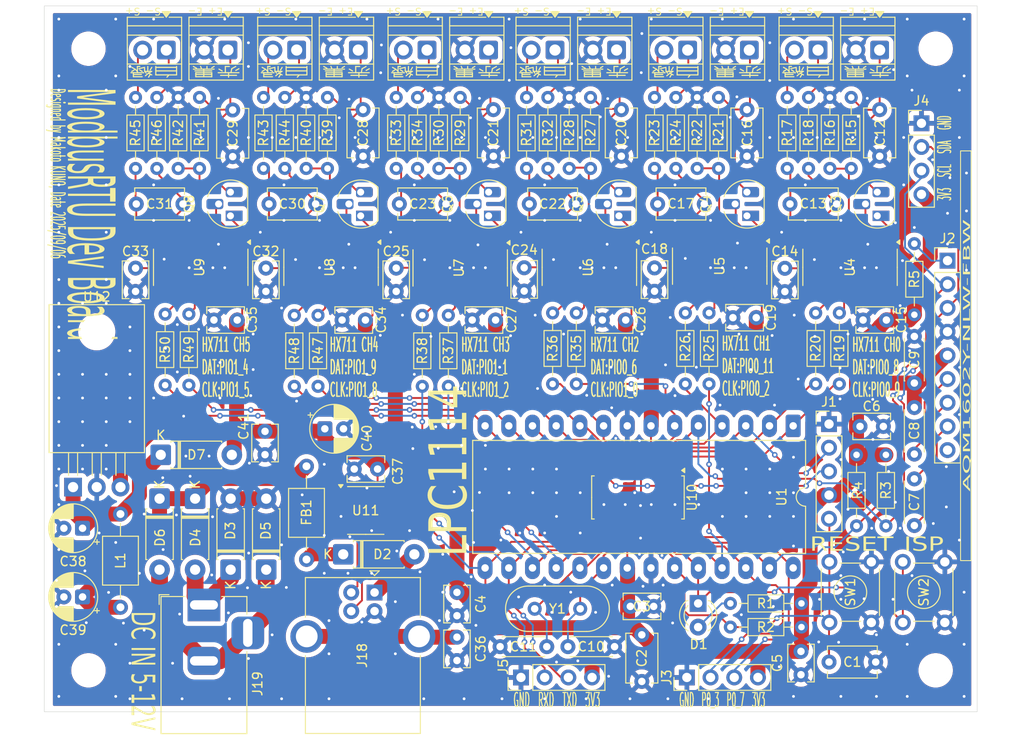
<source format=kicad_pcb>
(kicad_pcb (version 20241229) (generator "pcbnew") (generator_version "9.0")
  (layers (0 "F.Cu" signal) (2 "B.Cu" signal) (13 "F.Paste" user) (15 "B.Paste" user) (5 "F.SilkS" user "F.Silkscreen") (7 "B.SilkS" user "B.Silkscreen") (1 "F.Mask" user) (3 "B.Mask" user) (25 "Edge.Cuts" user))
  (net 0 "")
  (net 1 "GND")
  (net 2 "Net-(D1-A)")
  (net 3 "RESET")
  (net 4 "SWD_IO")
  (net 5 "SWD_CLK")
  (net 6 "HX711_DAT_2")
  (net 7 "XTAL_IN")
  (net 8 "HX711_CLK_2")
  (net 9 "XTAL_OUT")
  (net 10 "UART_TX")
  (net 11 "HX711_CLK_5")
  (net 12 "HX711_DAT_5")
  (net 13 "UART_RX")
  (net 14 "ISP{slash}LED")
  (net 15 "I2C_SDA")
  (net 16 "I2C_SCL")
  (net 17 "Net-(J6-Pin_1)")
  (net 18 "Net-(U4-INA-)")
  (net 19 "Net-(U4-INA+)")
  (net 20 "Net-(U4-VBG)")
  (net 21 "Net-(J8-Pin_1)")
  (net 22 "Net-(U5-INA-)")
  (net 23 "Net-(U5-INA+)")
  (net 24 "Net-(U5-VBG)")
  (net 25 "Net-(J7-Pin_2)")
  (net 26 "Net-(J7-Pin_1)")
  (net 27 "Net-(J9-Pin_1)")
  (net 28 "Net-(J9-Pin_2)")
  (net 29 "Net-(Q3-B)")
  (net 30 "Net-(Q4-B)")
  (net 31 "Net-(U4-VFB)")
  (net 32 "Net-(U4-DOUT)")
  (net 33 "Net-(U4-PD_SCK)")
  (net 34 "Net-(U5-VFB)")
  (net 35 "Net-(U5-DOUT)")
  (net 36 "Net-(U5-PD_SCK)")
  (net 39 "Net-(J10-Pin_1)")
  (net 40 "Net-(J12-Pin_1)")
  (net 41 "Net-(U6-INA-)")
  (net 42 "Net-(U6-INA+)")
  (net 43 "Net-(U7-INA-)")
  (net 44 "Net-(U7-INA+)")
  (net 45 "Net-(U6-VBG)")
  (net 46 "Net-(U7-VBG)")
  (net 47 "Net-(J14-Pin_1)")
  (net 48 "Net-(J16-Pin_1)")
  (net 49 "Net-(U8-INA-)")
  (net 50 "Net-(U8-INA+)")
  (net 51 "Net-(U9-INA-)")
  (net 52 "Net-(U9-INA+)")
  (net 53 "Net-(U8-VBG)")
  (net 54 "Net-(U9-VBG)")
  (net 55 "Net-(J11-Pin_1)")
  (net 56 "Net-(J11-Pin_2)")
  (net 57 "Net-(J13-Pin_1)")
  (net 58 "Net-(J13-Pin_2)")
  (net 59 "Net-(J15-Pin_1)")
  (net 60 "Net-(J15-Pin_2)")
  (net 61 "Net-(J17-Pin_1)")
  (net 62 "Net-(J17-Pin_2)")
  (net 63 "Net-(Q5-B)")
  (net 64 "Net-(Q6-B)")
  (net 65 "Net-(Q7-B)")
  (net 66 "Net-(Q8-B)")
  (net 67 "Net-(U6-VFB)")
  (net 68 "Net-(U7-VFB)")
  (net 69 "Net-(U6-DOUT)")
  (net 70 "Net-(U6-PD_SCK)")
  (net 71 "Net-(U7-DOUT)")
  (net 72 "Net-(U7-PD_SCK)")
  (net 73 "Net-(U8-VFB)")
  (net 74 "Net-(U9-VFB)")
  (net 75 "Net-(U8-DOUT)")
  (net 76 "Net-(U8-PD_SCK)")
  (net 77 "Net-(U9-DOUT)")
  (net 78 "Net-(U9-PD_SCK)")
  (net 83 "HX711_DAT_3")
  (net 84 "HX711_CLK_3")
  (net 85 "HX711_DAT_4")
  (net 86 "HX711_CLK_4")
  (net 87 "+3V3")
  (net 88 "Net-(J18-Shield)")
  (net 89 "Net-(J18-D+)")
  (net 90 "VBUS")
  (net 91 "Net-(J18-D-)")
  (net 93 "Net-(D2-K)")
  (net 94 "Net-(D3-K)")
  (net 95 "VDC")
  (net 96 "Net-(D5-K)")
  (net 97 "Net-(D7-K)")
  (net 98 "Net-(J2-Pin_8)")
  (net 99 "Net-(J2-Pin_7)")
  (net 100 "Net-(J2-Pin_6)")
  (net 102 "Net-(J2-Pin_1)")
  (net 103 "PIO0_7")
  (net 104 "PIO0_3")
  (net 105 "HX711_DAT_0")
  (net 106 "HX711_CLK_0")
  (net 107 "HX711_DAT_1")
  (net 108 "HX711_CLK_1")
  (footprint "TerminalBlock:TerminalBlock_Xinya_XY308-2.54-2P_1x02_P2.54mm_Horizontal" (layer "F.Cu") (at 155.286 66.821 180)
    (property "Reference" "J8" (hide yes))
    (property "Value" "Screw_Terminal_01x02")
  )
  (footprint "Capacitor_THT:C_Disc_D3.8mm_W2.6mm_P2.50mm" (layer "F.Cu") (at 97.902 95.777)
    (property "Reference" "C35")
    (property "Value" "0.1μF 50V X7R")
  )
  (footprint "Resistor_THT:R_Axial_DIN0204_L3.6mm_D1.6mm_P7.62mm_Horizontal" (layer "F.Cu") (at 120.234 102.889 90)
    (property "Reference" "R38")
    (property "Value" "20")
  )
  (footprint "Capacitor_THT:C_Disc_D5.1mm_W3.2mm_P5.00mm" (layer "F.Cu") (at 113.884 73.211 -90)
    (property "Reference" "C28")
    (property "Value" "10μF 16V X7R")
  )
  (footprint "Resistor_THT:R_Axial_DIN0204_L3.6mm_D1.6mm_P7.62mm_Horizontal" (layer "F.Cu") (at 172.974 95.21 90)
    (property "Reference" "R5")
    (property "Value" "10k")
  )
  (footprint "TerminalBlock:TerminalBlock_Xinya_XY308-2.54-2P_1x02_P2.54mm_Horizontal" (layer "F.Cu") (at 120.742 66.821 180)
    (property "Reference" "J13" (hide yes))
    (property "Value" "Screw_Terminal_01x02")
  )
  (footprint "Resistor_THT:R_Axial_DIN0204_L3.6mm_D1.6mm_P7.62mm_Horizontal" (layer "F.Cu") (at 160.874 126.172 180)
    (property "Reference" "R1")
    (property "Value" "4.7k")
  )
  (footprint "Diode_THT:D_DO-41_SOD81_P7.62mm_Horizontal" (layer "F.Cu") (at 103.505 122.555 90)
    (property "Reference" "D5")
    (property "Value" "SBM245L")
  )
  (footprint "Capacitor_THT:C_Disc_D4.3mm_W1.9mm_P5.00mm" (layer "F.Cu") (at 133.576 130.81 180)
    (property "Reference" "C11")
    (property "Value" "22pF")
  )
  (footprint "Resistor_THT:R_Axial_DIN0204_L3.6mm_D1.6mm_P7.62mm_Horizontal" (layer "F.Cu") (at 109.058 95.269 -90)
    (property "Reference" "R47")
    (property "Value" "20")
  )
  (footprint "Resistor_THT:R_Axial_DIN0204_L3.6mm_D1.6mm_P7.62mm_Horizontal" (layer "F.Cu") (at 105.502 71.901 -90)
    (property "Reference" "R44")
    (property "Value" "100")
  )
  (footprint "Capacitor_THT:C_Disc_D3.8mm_W2.6mm_P2.50mm" (layer "F.Cu") (at 103.47 90.209 -90)
    (property "Reference" "C32")
    (property "Value" "0.1μF 50V X7R")
  )
  (footprint "Resistor_THT:R_Axial_DIN0204_L3.6mm_D1.6mm_P7.62mm_Horizontal" (layer "F.Cu") (at 138.268 79.521 90)
    (property "Reference" "R27")
    (property "Value" "20k")
  )
  (footprint "Capacitor_THT:C_Disc_D3.8mm_W2.6mm_P2.50mm" (layer "F.Cu") (at 167.152 107.188)
    (property "Reference" "C6")
    (property "Value" "0.1μF 50V X7R")
  )
  (footprint "Capacitor_THT:C_Disc_D3.8mm_W2.6mm_P2.50mm" (layer "F.Cu") (at 103.378 107.716 -90)
    (property "Reference" "C41")
    (property "Value" "0.1μF 50V X7R")
  )
  (footprint "Resistor_THT:R_Axial_DIN0204_L3.6mm_D1.6mm_P7.62mm_Horizontal" (layer "F.Cu") (at 159.35 71.901 -90)
    (property "Reference" "R17")
    (property "Value" "100")
  )
  (footprint "Resistor_THT:R_Axial_DIN0204_L3.6mm_D1.6mm_P7.62mm_Horizontal" (layer "F.Cu") (at 119.726 71.901 -90)
    (property "Reference" "R34")
    (property "Value" "100")
  )
  (footprint "Capacitor_THT:C_Disc_D3.8mm_W2.6mm_P2.50mm" (layer "F.Cu") (at 115.443 111.76 180)
    (property "Reference" "C37")
    (property "Value" "0.1μF 50V X7R")
  )
  (footprint "Package_TO_SOT_THT:TO-92_HandSolder" (layer "F.Cu") (at 169.002 84.601 90)
    (property "Reference" "Q3")
    (property "Value" "S8550")
  )
  (footprint "Inductor_THT:L_Axial_L5.0mm_D3.6mm_P10.00mm_Horizontal_Murata_BL01RN1A2A2" (layer "F.Cu") (at 107.823 121.459 90)
    (property "Reference" "FB1")
    (property "Value" "BL01RN1A1D2")
  )
  (footprint "Resistor_THT:R_Axial_DIN0204_L3.6mm_D1.6mm_P7.62mm_Horizontal" (layer "F.Cu") (at 166.776 110.236 -90)
    (property "Reference" "R4")
    (property "Value" "10k")
  )
  (footprint "Resistor_THT:R_Axial_DIN0204_L3.6mm_D1.6mm_P7.62mm_Horizontal" (layer "F.Cu") (at 149.698 79.521 90)
    (property "Reference" "R22")
    (property "Value" "20k")
  )
  (footprint "Resistor_THT:R_Axial_DIN0204_L3.6mm_D1.6mm_P7.62mm_Horizontal" (layer "F.Cu") (at 151.984 79.521 90)
    (property "Reference" "R21")
    (property "Value" "20k")
  )
  (footprint "Resistor_THT:R_Axial_DIN0204_L3.6mm_D1.6mm_P7.62mm_Horizontal" (layer "F.Cu") (at 123.028 95.269 -90)
    (property "Reference" "R37")
    (property "Value" "20")
  )
  (footprint "Connector_PinHeader_2.54mm:PinHeader_1x05_P2.54mm_Vertical" (layer "F.Cu") (at 163.83 106.934)
    (property "Reference" "J1")
    (property "Value" "CN_SWD")
  )
  (footprint "TerminalBlock:TerminalBlock_Xinya_XY308-2.54-2P_1x02_P2.54mm_Horizontal" (layer "F.Cu") (at 99.406 66.821 180)
    (property "Reference" "J16" (hide yes))
    (property "Value" "Screw_Terminal_01x02")
  )
  (footprint "Resistor_THT:R_Axial_DIN0204_L3.6mm_D1.6mm_P7.62mm_Horizontal" (layer "F.Cu") (at 95.215 95.142 -90)
    (property "Reference" "R49")
    (property "Value" "20")
  )
  (footprint "Capacitor_THT:C_Disc_D3.8mm_W2.6mm_P2.50mm" (layer "F.Cu") (at 117.44 90.209 -90)
    (property "Reference" "C25")
    (property "Value" "0.1μF 50V X7R")
  )
  (footprint "Resistor_THT:R_Axial_DIN0204_L3.6mm_D1.6mm_P7.62mm_Horizontal" (layer "F.Cu") (at 147.412 71.901 -90)
    (property "Reference" "R24")
    (property "Value" "100")
  )
  (footprint "Capacitor_THT:C_Disc_D5.1mm_W3.2mm_P5.00mm" (layer "F.Cu") (at 117.774 83.331)
    (property "Reference" "C23")
    (property "Value" "10μF 16V X7R")
  )
  (footprint "Resistor_THT:R_Axial_DIN0204_L3.6mm_D1.6mm_P7.62mm_Horizontal" (layer "F.Cu") (at 162.398 102.635 90)
    (property "Reference" "R20")
    (property "Value" "20")
  )
  (footprint "Capacitor_THT:C_Disc_D3.8mm_W2.6mm_P2.50mm" (layer "F.Cu") (at 139.538 95.777)
    (property "Reference" "C26")
    (property "Value" "0.1μF 50V X7R")
  )
  (footprint "Resistor_THT:R_Axial_DIN0204_L3.6mm_D1.6mm_P7.62mm_Horizontal" (layer "F.Cu") (at 131.41 71.901 -90)
    (property "Reference" "R31")
    (property "Value" "100")
  )
  (footprint "Resistor_THT:R_Axial_DIN0204_L3.6mm_D1.6mm_P7.62mm_Horizontal" (layer "F.Cu") (at 122.012 79.521 90)
    (property "Reference" "R30")
    (property "Value" "20k")
  )
  (footprint "Package_DIP:DIP-28_W15.24mm_LongPads" (layer "F.Cu") (at 159.985 107.127 -90)
    (property "Reference" "U1")
    (property "Value" "LPC1114FN28-102")
  )
  (footprint "Resistor_THT:R_Axial_DIN0204_L3.6mm_D1.6mm_P7.62mm_Horizontal" (layer "F.Cu") (at 160.874 128.712 180)
    (property "Reference" "R2")
    (property "Value" "10k")
  )
  (footprint "Resistor_THT:R_Axial_DIN0204_L3.6mm_D1.6mm_P7.62mm_Horizontal" (layer "F.Cu") (at 135.982 79.521 90)
    (property "Reference" "R28")
    (property "Value" "20k")
  )
  (footprint "Package_SO:SOIC-16_3.9x9.9mm_P1.27mm" (layer "F.Cu") (at 96.485 90.124 -90)
    (property "Reference" "U9")
    (property "Value" "HX711")
  )
  (footprint "MountingHole:MountingHole_3.2mm_M3" (layer "F.Cu") (at 175.26 133.35)
    (property "Reference" "REF**" (hide yes))
    (property "Value" "MountingHole_3.2mm_M3")
  )
  (footprint "TerminalBlock:TerminalBlock_Xinya_XY308-2.54-2P_1x02_P2.54mm_Horizontal" (layer "F.Cu") (at 162.652 66.821 180)
    (property "Reference" "J7" (hide yes))
    (property "Value" "Screw_Terminal_01x02")
  )
  (footprint "Capacitor_THT:CP_Radial_D5.0mm_P2.00mm" (layer "F.Cu") (at 83.82 125.476 180)
    (property "Reference" "C39")
    (property "Value" "50V 10uF")
  )
  (footprint "Package_TO_SOT_THT:TO-92_HandSolder" (layer "F.Cu") (at 113.63 84.601 90)
    (property "Reference" "Q7")
    (property "Value" "S8550")
  )
  (footprint "Diode_THT:D_DO-41_SOD81_P7.62mm_Horizontal" (layer "F.Cu") (at 95.885 114.935 -90)
    (property "Reference" "D4")
    (property "Value" "SBM245L")
  )
  (footprint "Capacitor_THT:C_Disc_D5.1mm_W3.2mm_P5.00mm" (layer "F.Cu") (at 89.58 83.331)
    (property "Reference" "C31")
    (property "Value" "10μF 16V X7R")
  )
  (footprint "Capacitor_THT:C_Disc_D3.8mm_W2.6mm_P2.50mm" (layer "F.Cu") (at 160.822 131.318 -90)
    (property "Reference" "C5")
    (property "Value" "0.1μF 50V X7R")
  )
  (footprint "TerminalBlock:TerminalBlock_Xinya_XY308-2.54-2P_1x02_P2.54mm_Horizontal" (layer "F.Cu") (at 106.772 66.821 180)
    (property "Reference" "J15" (hide yes))
    (property "Value" "Screw_Terminal_01x02")
  )
  (footprint "Capacitor_THT:C_Disc_D3.8mm_W2.6mm_P2.50mm" (layer "F.Cu") (at 167.478 95.777)
    (property "Reference" "C15")
    (property "Value" "0.1μF 50V X7R")
  )
  (footprint "Capacitor_THT:C_Disc_D3.8mm_W2.6mm_P2.50mm" (layer "F.Cu") (at 145.126 90.189 -90)
    (property "Reference" "C18")
    (property "Value" "0.1μF 50V X7R")
  )
  (footprint "Capacitor_THT:C_Disc_D4.3mm_W1.9mm_P5.00mm" (layer "F.Cu") (at 172.974 117.816 90)
    (property "Reference" "C7")
    (property "Value" "1μF 50V X7R")
  )
  (footprint "Connector_PinHeader_2.54mm:PinHeader_1x04_P2.54mm_Vertical" (layer "F.Cu") (at 173.736 74.676)
    (property "Reference" "J4")
    (property "Value" "I2C_Header")
  )
  (footprint "Package_SO:SOIC-16_3.9x9.9mm_P1.27mm" (layer "F.Cu") (at 152.111 90 -90)
    (property "Reference" "U5")
    (property "Value" "HX711")
  )
  (footprint "TerminalBlock:TerminalBlock_Xinya_XY308-2.54-2P_1x02_P2.54mm_Horizontal" (layer "F.Cu") (at 127.346 66.821 180)
    (property "Reference" "J12" (hide yes))
    (property "Value" "Screw_Terminal_01x02")
  )
  (footprint "Connector_PinHeader_2.54mm:PinHeader_1x09_P2.54mm_Vertical" (layer "F.Cu") (at 176.53 89.408)
    (property "Reference" "J2")
    (property "Value" "AQM1602Y-NLW-FBW")
  )
  (footprint "Package_SO:SOIC-16_3.9x9.9mm_P1.27mm" (layer "F.Cu") (at 124.298 90.189 -90)
    (property "Reference" "U7")
    (property "Value" "HX711")
  )
  (footprint "Connector_PinHeader_2.54mm:PinHeader_1x04_P2.54mm_Vertical" (layer "F.Cu") (at 148.59 134.112 90)
    (property "Reference" "J3")
    (property "Value" "GPIO_Header")
  )
  (footprint "Resistor_THT:R_Axial_DIN0204_L3.6mm_D1.6mm_P7.62mm_Horizontal" (layer "F.Cu") (at 94.072 79.521 90)
    (property "Reference" "R42")
    (property "Value" "20k")
  )
  (footprint "Resistor_THT:R_Axial_DIN0204_L3.6mm_D1.6mm_P7.62mm_Horizontal" (layer "F.Cu") (at 92.675 102.762 90)
    (property "Reference" "R50")
    (property "Value" "20")
  )
  (footprint "Capacitor_THT:CP_Radial_D5.0mm_P2.00mm" (layer "F.Cu") (at 109.788888 107.442)
    (property "Reference" "C40")
    (property "Value" "50V 10uF")
  )
  (footprint "Button_Switch_THT:SW_TH_Tactile_Omron_B3F-100x" (layer "F.Cu") (at 168.366 121.718 -90)
    (property "Reference" "SW1")
    (property "Value" "SW")
  )
  (footprint "Resistor_THT:R_Axial_DIN0204_L3.6mm_D1.6mm_P7.62mm_Horizontal" (layer "F.Cu") (at 133.696 71.901 -90)
    (property "Reference" "R32")
    (property "Value" "100")
  )
  (footprint "Capacitor_THT:C_Disc_D3.8mm_W2.6mm_P2.50mm" (layer "F.Cu") (at 153.528 95.523)
    (property "Reference" "C19")
    (property "Value" "0.1μF 50V X7R")
  )
  (footprint "Resistor_THT:R_Axial_DIN0204_L3.6mm_D1.6mm_P7.62mm_Horizontal" (layer "F.Cu") (at 91.786 71.901 -90)
    (property "Reference" "R46")
    (property "Value" "100")
  )
  (footprint "Diode_THT:D_DO-41_SOD81_P7.62mm_Horizontal" (layer "F.Cu") (at 99.695 122.555 90)
    (property "Reference" "D3")
    (property "Value" "SBM245L")
  )
  (footprint "Package_TO_SOT_THT:TO-220-3_Horizontal_TabDown" (layer "F.Cu") (at 82.804 113.698)
    (property "Reference" "U12")
    (property "Value" "LM2940T-3.3")
  )
  (footprint "Resistor_THT:R_Axial_DIN0204_L3.6mm_D1.6mm_P7.62mm_Horizontal" (layer "F.Cu") (at 96.358 79.521 90)
    (property "Reference" "R41")
    (property "Value" "20k")
  )
  (footprint "Package_TO_SOT_THT:TO-92_HandSolder" (layer "F.Cu") (at 141.316 84.601 90)
    (property "Reference" "Q5")
    (property "Value" "S8550")
  )
  (footprint "Resistor_THT:R_Axial_DIN0204_L3.6mm_D1.6mm_P7.62mm_Horizontal" (layer "F.Cu") (at 161.636 71.901 -90)
    (property "Reference" "R18")
    (property "Value" "100")
  )
  (footprint "Diode_THT:D_DO-41_SOD81_P7.62mm_Horizontal" (layer "F.Cu") (at 111.76 120.904)
    (property "Reference" "D2")
    (property "Value" "SBM245L")
  )
  (footprint "Capacitor_THT:C_Disc_D5.1mm_W3.2mm_P5.00mm" (layer "F.Cu") (at 155.032 73.211 -90)
    (property "Reference" "C16")
    (property "Value" "10μF 16V X7R")
  )
  (footprint "MountingHole:MountingHole_3.2mm_M3" (layer "F.Cu") (at 175.26 66.675)
    (property "Reference" "REF**" (hide yes))
    (property "Value" "MountingHole_3.2mm_M3")
  )
  (footprint "Resistor_THT:R_Axial_DIN0204_L3.6mm_D1.6mm_P7.62mm_Horizontal" (layer "F.Cu") (at 136.744 95.015 -90)
    (property "Reference" "R35")
    (property "Value" "20")
  )
  (footprint "MountingHole:MountingHole_3.2mm_M3" (layer "F.Cu") (at 84.455 66.675)
    (property "Reference" "REF**" (hide yes))
    (property "Value" "MountingHole_3.2mm_M3")
  )
  (footprint "Capacitor_THT:C_Disc_D3.8mm_W2.6mm_P2.50mm" (layer "F.Cu") (at 131.156 90.17 -90)
    (property "Reference" "C24")
    (property "Value" "0.1μF 50V X7R")
  )
  (footprint "Button_Switch_THT:SW_TH_Tactile_Omron_B3F-100x" (layer "F.Cu") (at 176.24 121.718 -90)
    (property "Reference" "SW2")
    (property "Value" "SW")
  )
  (footprint "Resistor_THT:R_Axial_DIN0204_L3.6mm_D1.6mm_P7.62mm_Horizontal" (layer "F.Cu") (at 103.216 71.901 -90)
    (property "Reference" "R43")
    (property "Value" "100")
  )
  (footprint "Connector_USB:USB_B_OST_USB-B1HSxx_Horizontal" (layer "F.Cu") (at 115.118 125 -90)
    (property "Reference" "J18")
    (property "Value" "USB_B")
  )
  (footprint "Capacitor_THT:C_Disc_D5.1mm_W3.2mm_P5.00mm" (layer "F.Cu") (at 127.854 73.211 -90)
    (property "Reference" "C21")
    (property "Value" "10μF 16V X7R")
  )
  (footprint "Capacitor_THT:C_Disc_D3.8mm_W2.6mm_P2.50mm" (layer "F.Cu") (at 123.952 124.988 -90)
    (property "Reference" "C4")
    (property "Value" "0.1μF 50V X7R")
  )
  (footprint "Resistor_THT:R_Axial_DIN0204_L3.6mm_D1.6mm_P7.62mm_Horizontal" (layer "F.Cu") (at 148.428 102.635 90)
    (property "Reference" "R26")
    (property "Value" "20")
  )
  (footprint "Resistor_THT:R_Axial_DIN0204_L3.6mm_D1.6mm_P7.62mm_Horizontal" (layer "F.Cu") (at 134.204 102.635 90)
    (property "Reference" "R36")
    (property "Value" "20")
  )
  (footprint "Connector_BarrelJack:BarrelJack_Horizontal" (layer "F.Cu") (at 96.8325 126.334 90)
    (property "Reference" "J19")
    (property "Value" "MJ-179PH")
  )
  (footprint "TerminalBlock:TerminalBlock_Xinya_XY308-2.54-2P_1x02_P2.54mm_Horizontal" (layer "F.Cu") (at 92.797 66.821 180)
    (property "Reference" "J17" (hide yes))
    (property "Value" "Screw_Terminal_01x02")
  )
  (footprint "Capacitor_THT:C_Disc_D3.8mm_W2.6mm_P2.50mm" (layer "F.Cu") (at 125.588 95.777)
    (property "Reference" "C27")
    (property "Value" "0.1μF 50V X7R")
  )
  (footprint "Resistor_THT:R_Axial_DIN0204_L3.6mm_D1.6mm_P7.62mm_Horizontal" (layer "F.Cu") (at 163.922 79.521 90)
    (property "Reference" "R16")
    (property "Value" "20k")
  )
  (footprint "Diode_THT:D_DO-41_SOD81_P7.62mm_Horizontal" (layer "F.Cu") (at 92.202 110.236)
    (property "Reference" "D7")
    (property "Value" "SBM245L")
  )
  (footprint "Inductor_THT:L_Axial_L5.0mm_D3.6mm_P10.00mm_Horizontal_Murata_BL01RN1A2A2" (layer "F.Cu") (at 87.884 126.586 90)
    (property "Reference" "L1")
    (property "Value" "10uH 500mA")
  )
  (footprint "Capacitor_THT:C_Disc_D5.1mm_W3.2mm_P5.00mm" (layer "F.Cu") (at 159.644 83.331)
    (property "Reference" "C13")
    (property "Value" "10μF 16V X7R")
  )
  (footprint "Capacitor_THT:C_Disc_D4.3mm_W1.9mm_P5.00mm" (layer "F.Cu") (at 135.843 130.81)
    (property "Reference" "C10")
    (property "Value" "22pF")
  )
  (footprint "Capacitor_THT:C_Disc_D5.1mm_W3.2mm_P5.00mm" (layer "F.Cu") (at 163.83 132.461)
    (property "Reference" "C1")
    (property "Value" "1μF 50V X7R")
  )
  (footprint "LED_THT:LED_D3.0mm" (layer "F.Cu") (at 149.7996 126.172 -90)
    (property "Reference" "D1")
    (property "Value" "LED")
  )
  (footprint "MountingHole:MountingHole_3.2mm_M3" (layer "F.Cu") (at 84.455 133.35)
    (property "Reference" "M3" (hide yes))
    (property "Value" "MountingHole_3.2mm_M3")
  )
  (footprint "TerminalBlock:TerminalBlock_Xinya_XY308-2.54-2P_1x02_P2.54mm_Horizontal" (layer "F.Cu") (at 113.376 66.821 180)
    (property "Reference" "J14" (hide yes))
    (property "Value" "Screw_Terminal_01x02")
  )
  (footprint "Capacitor_THT:C_Disc_D3.8mm_W2.6mm_P2.50mm" (layer "F.Cu") (at 111.638 95.777)
    (property "Reference" "C34")
    (property "Value" "0.1μF 50V X7R")
  )
  (footprint "Resistor_THT:R_Axial_DIN0204_L3.6mm_D1.6mm_P7.62mm_Horizontal" (layer "F.Cu") (at 124.298 79.521 90)
    (property "Reference" "R29")
    (property "Value" "20k")
  )
  (footprint "Package_TO_SOT_THT:TO-92_HandSolder" (layer "F.Cu") (at 99.672 84.601 90)
    (property "Reference" "Q8")
    (property "Value" "S8550")
  )
  (footprint "Package_SO:JEITA_SOIC-8_3.9x4.9mm_P1.27mm" (layer "F.Cu") (at 114.173 116.205)
    (property "Reference" "U11")
    (property "Value" "CH340N")
  )
  (footprint "Package_SO:SOIC-16_3.9x9.9mm_P1.27mm" (layer "F.Cu") (at 110.455 90.124 -90)
    (property "Reference" "U8")
    (property "Value" "HX711")
  )
  (footprint "Capacitor_THT:C_Disc_D5.1mm_W3.2mm_P5.00mm" (layer "F.Cu") (at 131.704 83.331)
    (property "Reference" "C22")
    (property "Value" "10μF 16V X7R")
  )
  (footprint "Capacitor_THT:C_Disc_D3.8mm_W2.6mm_P2.50mm" (layer "F.Cu") (at 123.952 129.794 -90)
    (property "Reference" "C36")
    (property "Value" "0.1μF 50V X7R")
  )
  (footprint "Capacitor_THT:C_Disc_D3.8mm_W2.6mm_P2.50mm" (layer "F.Cu") (at 159.096 90.229 -90)
    (property "Reference" "C14")
    (property "Value" "0.1μF 50V X7R")
  )
  (footprint "Resistor_THT:R_Axial_DIN0204_L3.6mm_D1.6mm_P7.62mm_Horizontal" (layer "F.Cu") (at 164.938 95.015 -90)
    (property "Reference" "R19")
    (property "Value" "20")
  )
  (footprint "Diode_THT:D_DO-41_SOD81_P7.62mm_Horizontal" (layer "F.Cu") (at 92.075 114.935 -90)
    (property "Reference" "D6")
    (property "Value" "SBM245L")
  )
  (footprint "TerminalBlock:TerminalBlock_Xinya_XY308-2.54-2P_1x02_P2.54mm_Horizontal" (layer "F.Cu") (at 148.682 66.821 180)
    (property "Reference" "J9" (hide yes))
    (property "Value" "Screw_Terminal_01x02")
  )
  (footprint "Resistor_THT:R_Axial_DIN0204_L3.6mm_D1.6mm_P7.62mm_Horizontal" (layer "F.Cu") (at 166.208 79.521 90)
    (property "Reference" "R15")
    (property "Value" "20k")
  )
  (footprint "TerminalBlock:TerminalBlock_Xinya_XY308-2.54-2P_1x02_P2.54mm_Horizontal" (layer "F.Cu") (at 169.256 66.821 180)
    (property "Reference" "J6" (hide yes))
    (property "Value" "Screw_Terminal_01x02")
  )
  (footprint "Package_SO:SOIC-16_3.9x9.9mm_P1.27mm" (layer "F.Cu") (at 138.141 90.124 -90)
    (property "Reference" "U6")
    (property "Value" "HX711")
  )
  (footprint "Capacitor_THT:C_Disc_D5.1mm_W3.2mm_P5.00mm" (layer "F.Cu") (at 145.46 83.331)
    (property "Reference" "C17")
    (property "Value" "10μF 16V X7R")
  )
  (footprint "Capacitor_THT:C_Disc_D3.8mm_W2.6mm_P2.50mm" (layer "F.Cu") (at 142.534 126.492)
    (property "Reference" "C3")
    (property "Value" "0.1μF 50V X7R")
  )
  (footprint "Resistor_THT:R_Axial_DIN0204_L3.6mm_D1.6mm_P7.62mm_Horizontal" (layer "F.Cu") (at 169.926 110.236 -90)
    (property "Reference" "R3")
    (property "Value" "10k")
  )
  (footprint "Resistor_THT:R_Axial_DIN0204_L3.6mm_D1.6mm_P7.62mm_Horizontal" (layer "F.Cu") (at 106.518 102.889 90)
    (property "Reference" "R48")
    (property "Value" "20")
  )
  (footprint "Resistor_THT:R_Axial_DIN0204_L3.6mm_D1.6mm_P7.62mm_Horizontal" (layer "F.Cu") (at 145.126 71.901 -90)
    (property "Reference" "R23")
    (property "Value" "100")
  )
  (footprint "Crystal:Crystal_HC49-U_Vertical" (layer "F.Cu") (at 132.28 126.746)
    (property "Reference" "Y1")
    (property "Value" "12MHz")
  )
  (footprint "Package_TO_SOT_THT:TO-92_HandSolder" (layer "F.Cu") (at 155.032 84.601 90)
    (property "Reference" "Q4")
    (property "Value" "S8550")
  )
  (footprint "Package_SO:SOIC-16_3.9x9.9mm_P1.27mm" (layer "F.Cu") (at 166.081 90.124 -90)
    (property "Reference" "U4")
    (property "Value" "HX711")
  )
  (footprint "Capacitor_THT:CP_Radial_D5.0mm_P2.00mm" (layer "F.Cu") (at 83.82 118.11 180)
    (property "Reference" "C38")
    (property "Value" "50V 10uF")
  )
  (footprint "Resistor_THT:R_Axial_DIN0204_L3.6mm_D1.6mm_P7.62mm_Horizontal" (layer "F.Cu") (at 150.968 95.015 -90)
    (property "Reference" "R25")
    (property "Value" "20")
  )
  (footprint "Capacitor_THT:C_Disc_D3.8mm_W2.6mm_P2.50mm" (layer "F.Cu") (at 89.5 90.209 -90)
    (property "Reference" "C33")
    (property "Value" "0.1μF 50V X7R")
  )
  (footprint "Capacitor_THT:C_Disc_D4.3mm_W1.9mm_P5.00mm" (layer "F.Cu") (at 172.974 102.536 90)
    (property "Reference" "C9")
    (property "Value" "1μF 50V X7R")
  )
  (footprint "TerminalBlock:TerminalBlock_Xinya_XY308-2.54-2P_1x02_P2.54mm_Horizontal" (layer "F.Cu") (at 141.062 66.821 180)
    (property "Reference" "J10" (hide yes))
    (property "Value" "Screw_Terminal_01x02")
  )
  (footprint "Capacitor_THT:C_Disc_D5.1mm_W3.2mm_P5.00mm" (layer "F.Cu") (at 103.804 83.331)
    (property "Reference" "C30")
    (property "Value" "10μF 16V X7R")
  )
  (footprint "Capacitor_THT:C_Disc_D5.1mm_W3.2mm_P5.00mm" (layer "F.Cu") (at 99.914 73.251 -90)
    (property "Reference" "C29")
    (property "Value" "10μF 16V X7R")
  )
  (footprint "Resistor_THT:R_Axial_DIN0204_L3.6mm_D1.6mm_P7.62mm_Horizontal" (layer "F.Cu") (at 117.44 71.901 -90)
    (property "Reference" "R33")
    (property "Value" "100")
  )
  (footprint "Capacitor_THT:C_Disc_D5.1mm_W3.2mm_P5.00mm" (layer "F.Cu") (at 141.57 73.211 -90)
    (property "Reference" "C20")
    (property "Value" "10μF 16V X7R")
  )
  (footprint "Resistor_THT:R_Axial_DIN0204_L3.6mm_D1.6mm_P7.62mm_Horizontal" (layer "F.Cu") (at 89.5 71.901 -90)
    (property "Reference" "R45")
    (property "Value" "100")
  )
  (footprint "Package_SO:TSSOP-28_4.4x9.7mm_P0.65mm" (layer "F.Cu") (at 143.348 114.8055 -90)
    (property "Reference" "U10")
    (property "Value" "LPC1114FDH28-102")
  )
  (footprint "Resistor_THT:R_Axial_DIN0204_L3.6mm_D1.6mm_P7.62mm_Horizontal" (layer "F.Cu") (at 110.074 79.521 90)
    (property "Reference" "R39")
    (property "Value" "20k")
  )
  (footprint "Capacitor_THT:C_Disc_D5.1mm_W3.2mm_P5.00mm" (layer "F.Cu") (at 169.256 73.211 -90)
    (property "Reference" "C12")
    (property "Value" "10μF 16V X7R")
  )
  (footprint "Package_TO_SOT_THT:TO-92_HandSolder" (layer "F.Cu") (at 127.346 84.601 90)
    (property "Reference" "Q6")
    (property "Value" "S8550")
  )
  (footprint "Resistor_THT:R_Axial_DIN0204_L3.6mm_D1.6mm_P7.62mm_Horizontal" (layer "F.Cu") (at 107.788 79.521 90)
    (property "Reference" "R40")
    (property "Value" "20k")
  )
  (footprint "Capacitor_THT:C_Disc_D5.1mm_W3.2mm_P5.00mm" (layer "F.Cu") (at 143.764 129.54 -90)
    (property "Reference" "C2")
    (property "Value" "1μF 50V X7R")
  )
  (footprint "Capacitor_THT:C_Disc_D4.3mm_W1.9mm_P5.00mm" (layer "F.Cu") (at 172.974 110.156 90)
    (property "Reference" "C8")
    (property "Value" "1μF 50V X7R")
  )
  (footprint "TerminalBlock:TerminalBlock_Xinya_XY308-2.54-2P_1x02_P2.54mm_Horizontal" (layer "F.Cu") (at 134.458 66.821 180)
    (property "Reference" "J11" (hide yes))
    (property "Value" "Screw_Terminal_01x02")
  )
  (footprint "Connector_PinHeader_2.54mm:PinHeader_1x04_P2.54mm_Vertical" (layer "F.Cu") (at 130.81 134.112 90)
    (property "Reference" "J5")
    (property "Value" "UART_Header")
  )
  (gr_rect (start 177.927 77.637) (end 179.07 121.579) (stroke (width 0.1)) (fill no) (layer "F.SilkS"))
  (gr_rect (start 79.721 62.084) (end 179.705 137.795) (stroke (width 0.05)) (fill no) (layer "Edge.Cuts"))
  (gr_text "LPC1114" (at 125.635 121.158 90) (layer "F.SilkS") (effects (font (size 4 3) (thickness 0.1875)) (justify left bottom)))
  (gr_text "赤黒 白緑" (at 156.718 68.453 180) (layer "F.SilkS") (effects (font (size 1 1.8) (thickness 0.125)) (justify left bottom)))
  (gr_text "HX711 CH1\nDAT:PIO0_11\nCLK:PIO0_2" (at 152.273 104.013 0) (layer "F.SilkS") (effects (font (size 1.5 0.6) (thickness 0.15) (bold yes)) (justify left bottom)))
  (gr_text "E+ E-     S- S+" (at 112.903 62.23 180) (layer "F.SilkS") (effects (font (size 0.75 0.75) (thickness 0.1)) (justify left bottom)))
  (gr_text "赤黒 白緑" (at 170.688 68.453 180) (layer "F.SilkS") (effects (font (size 1 1.8) (thickness 0.125)) (justify left bottom)))
  (gr_text "GND  P0_3  P0_7  3V3" (at 147.701 137.414 0) (layer "F.SilkS") (effects (font (size 1.5 0.52) (thickness 0.125) (bold yes)) (justify left bottom)))
  (gr_text "E+ E-     S- S+" (at 168.816 62.23 180) (layer "F.SilkS") (effects (font (size 0.75 0.75) (thickness 0.1)) (justify left bottom)))
  (gr_text "HX711 CH0\nDAT:PIO0_8\nCLK:PIO0_9" (at 166.243 104.14 0) (layer "F.SilkS") (effects (font (size 1.5 0.6) (thickness 0.15) (bold yes)) (justify left bottom)))
  (gr_text "赤黒 白緑" (at 142.494 68.453 180) (layer "F.SilkS") (effects (font (size 1 1.8) (thickness 0.125)) (justify left bottom)))
  (gr_text "HX711 CH4\nDAT:PIO1_9\nCLK:PIO1_8" (at 110.236 104.14 0) (layer "F.SilkS") (effects (font (size 1.5 0.6) (thickness 0.15) (bold yes)) (justify left bottom)))
  (gr_text "Designed by Makoto KUNO, Date 2025/09/06" (at 80.264 70.866 270) (layer "F.SilkS") (effects (font (size 1.5 0.52) (thickness 0.125) (bold yes)) (justify left bottom)))
  (gr_text "AQM1602Y-NLW-FBW" (at 179.07 99.568 90) (layer "F.SilkS") (effects (font (size 0.75 2) (thickness 0.1875)) (justify bottom)))
  (gr_text "HX711 CH5\nDAT:PIO1_4\nCLK:PIO1_5" (at 96.52 104.14 0) (layer "F.SilkS") (effects (font (size 1.5 0.6) (thickness 0.15) (bold yes)) (justify left bottom)))
  (gr_text "3V3   SCL   SDA   GND" (at 177.038 83.058 90) (layer "F.SilkS") (effects (font (size 1.4 0.5) (thickness 0.125) (bold yes)) (justify left bottom)))
  (gr_text "赤黒 白緑" (at 100.838 68.453 180) (layer "F.SilkS") (effects (font (size 1 1.8) (thickness 0.125)) (justify left bottom)))
  (gr_text "E+ E-     S- S+" (at 154.846 62.23 180) (layer "F.SilkS") (effects (font (size 0.75 0.75) (thickness 0.1)) (justify left bottom)))
  (gr_text "DC IN 5-12V" (at 88.646 127 270) (layer "F.SilkS") (effects (font (size 2.5 1.5) (thickness 0.1875)) (justify left bottom)))
  (gr_text "赤黒 白緑" (at 114.808 68.453 180) (layer "F.SilkS") (effects (font (size 1 1.8) (thickness 0.125)) (justify left bottom)))
  (gr_text "HX711 CH2\nDAT:PIO0_6\nCLK:PIO1_0" (at 138.176 104.14 0) (layer "F.SilkS") (effects (font (size 1.5 0.6) (thickness 0.15) (bold yes)) (justify left bottom)))
  (gr_text "ISP" (at 173.99 120.777 0) (layer "F.SilkS") (effects (font (size 1.5 2) (thickness 0.1875)) (justify bottom)))
  (gr_text "GND  RXD  TXD  3V3" (at 129.921 137.414 0) (layer "F.SilkS") (effects (font (size 1.5 0.58) (thickness 0.125) (bold yes)) (justify left bottom)))
  (gr_text "RESET" (at 166.243 120.777 0) (layer "F.SilkS") (effects (font (size 1.5 2) (thickness 0.1875)) (justify bottom)))
  (gr_text "E+ E-     S- S+" (at 126.873 62.23 180) (layer "F.SilkS") (effects (font (size 0.75 0.75) (thickness 0.1)) (justify left bottom)))
  (gr_text "赤黒 白緑" (at 128.778 68.453 180) (layer "F.SilkS") (effects (font (size 1 1.8) (thickness 0.125)) (justify left bottom)))
  (gr_text "E+ E-     S- S+" (at 140.589 62.23 180) (layer "F.SilkS") (effects (font (size 0.75 0.75) (thickness 0.1)) (justify left bottom)))
  (gr_text "ModbusRTU Dev Board" (at 81.407 70.866 270) (layer "F.SilkS") (effects (font (size 5 1.7) (thickness 0.1875)) (justify left bottom)))
  (gr_text "HX711 CH3\nDAT:PIO1_1\nCLK:PIO1_2" (at 124.333 104.14 0) (layer "F.SilkS") (effects (font (size 1.5 0.6) (thickness 0.15) (bold yes)) (justify left bottom)))
  (gr_text "E+ E-     S- S+" (at 98.933 62.23 180) (layer "F.SilkS") (effects (font (size 0.75 0.75) (thickness 0.1)) (justify left bottom)))
  (segment (start 144.745 119.472) (end 144.745 122.367) (width 0.2) (layer "F.Cu") (net 1))
  (segment (start 143.673 118.4) (end 144.745 119.472) (width 0.2) (layer "F.Cu") (net 1))
  (segment (start 143.673 115.729024) (end 143.673 117.668) (width 0.2) (layer "F.Cu") (net 1))
  (segment (start 142.205 107.127) (end 142.205 110.46763) (width 0.2) (layer "F.Cu") (net 1))
  (segment (start 143.673 117.668) (end 143.673 118.4) (width 0.2) (layer "F.Cu") (net 1))
  (segment (start 143.023 111.28563) (end 143.023 111.293) (width 0.2) (layer "F.Cu") (net 1))
  (segment (start 142.205 110.46763) (end 143.023 111.28563) (width 0.2) (layer "F.Cu") (net 1))
  (segment (start 143.023 111.943) (end 143.023 114.279) (width 0.2) (layer "F.Cu") (net 1))
  (segment (start 143.023 114.279) (end 143.002 114.3) (width 0.2) (layer "F.Cu") (net 1))
  (segment (start 103.505 114.935) (end 99.695 114.935) (width 1.6) (layer "F.Cu") (net 1))
  (segment (start 143.623 115.679024) (end 143.673 115.729024) (width 0.2) (layer "F.Cu") (net 1))
  (via (at 130.683 118.618) (size 0.6) (drill 0.3) (layers "F.Cu" "B.Cu") (net 1))
  (via (at 91.44 76.2) (size 0.6) (drill 0.3) (layers "F.Cu" "B.Cu") (net 1))
  (via (at 170.688 125.73) (size 0.6) (drill 0.3) (layers "F.Cu" "B.Cu") (net 1))
  (via (at 165.1 136.144) (size 0.6) (drill 0.3) (layers "F.Cu" "B.Cu") (net 1))
  (via (at 92.566471 89.251121) (size 0.6) (drill 0.3) (layers "F.Cu" "B.Cu") (net 1))
  (via (at 133.35 81.28) (size 0.6) (drill 0.3) (layers "F.Cu" "B.Cu") (net 1))
  (via (at 95.25 85.09) (size 0.6) (drill 0.3) (layers "F.Cu" "B.Cu") (net 1))
  (via (at 157.48 114.3) (size 0.6) (drill 0.3) (layers "F.Cu" "B.Cu") (net 1))
  (via (at 140.046 87.649) (size 0.6) (drill 0.3) (layers "F.Cu" "B.Cu") (net 1))
  (via (at 143.002 103.632) (size 0.6) (drill 0.3) (layers "F.Cu" "B.Cu") (net 1))
  (via (at 110.236 128.016) (size 0.6) (drill 0.3) (layers "F.Cu" "B.Cu") (net 1))
  (via (at 123.19 85.09) (size 0.6) (drill 0.3) (layers "F.Cu" "B.Cu") (net 1))
  (via (at 166.37 90.17) (size 0.6) (drill 0.3) (layers "F.Cu" "B.Cu") (net 1))
  (via (at 106.651453 89.291249) (size 0.6) (drill 0.3) (layers "F.Cu" "B.Cu") (net 1))
  (via (at 86.36 91.44) (size 0.6) (drill 0.3) (layers "F.Cu" "B.Cu") (net 1))
  (via (at 99.06 90.17) (size 0.6) (drill 0.3) (layers "F.Cu" "B.Cu") (net 1))
  (via (at 101.700719 111.126626) (size 0.6) (drill 0.3) (layers "F.Cu" "B.Cu") (net 1))
  (via (at 102.108 97.282) (size 0.6) (drill 0.3) (layers "F.Cu" "B.Cu") (net 1))
  (via (at 81.28 93.98) (size 0.6) (drill 0.3) (layers "F.Cu" "B.Cu") (net 1))
  (via (at 168.91 90.17) (size 0.6) (drill 0.3) (layers "F.Cu" "B.Cu") (net 1))
  (via (at 143.002 114.3) (size 0.6) (drill 0.3) (layers "F.Cu" "B.Cu") (net 1))
  (via (at 176.784 80.518) (size 0.6) (drill 0.3) (layers "F.Cu" "B.Cu") (net 1))
  (via (at 81.28 63.5) (size 0.6) (drill 0.3) (layers "F.Cu" "B.Cu") (net 1))
  (via (at 154.826439 75.032152) (size 0.6) (drill 0.3) (layers "F.Cu" "B.Cu") (net 1))
  (via (at 136.249715 68.277324) (size 0.6) (drill 0.3) (layers "F.Cu" "B.Cu") (net 1))
  (via (at 81.28 106.68) (size 0.6) (drill 0.3) (layers "F.Cu" "B.Cu") (net 1))
  (via (at 136.144 124.968) (size 0.6) (drill 0.3) (layers "F.Cu" "B.Cu") (net 1))
  (via (at 138.43 90.17) (size 0.6) (drill 0.3) (layers "F.Cu" "B.Cu") (net 1))
  (via (at 86.36 76.2) (size 0.6) (drill 0.3) (layers "F.Cu" "B.Cu") (net 1))
  (via (at 116.84 86.36) (size 0.6) (drill 0.3) (layers "F.Cu" "B.Cu") (net 1))
  (via (at 167.986 87.649) (size 0.6) (drill 0.3) (layers "F.Cu" "B.Cu") (net 1))
  (via (at 132.588 103.124) (size 0.6) (drill 0.3) (layers "F.Cu" "B.Cu") (net 1))
  (via (at 125.603 116.205) (size 0.6) (drill 0.3) (layers "F.Cu" "B.Cu") (net 1))
  (via (at 152.4 111.76) (size 0.6) (drill 0.3) (layers "F.Cu" "B.Cu") (net 1))
  (via (at 153.955106 71.837265) (size 0.6) (drill 0.3) (layers "F.Cu" "B.Cu") (net 1))
  (via (at 153.67 90.17) (size 0.6) (drill 0.3) (layers "F.Cu" "B.Cu") (net 1))
  (via (at 101.6 76.2) (size 0.6) (drill 0.3) (layers "F.Cu" "B.Cu") (net 1))
  (via (at 160.09876 95.25) (size 0.6) (drill 0.3) (layers "F.Cu" "B.Cu") (net 1))
  (via (at 140.208 133.985) (size 0.6) (drill 0.3) (layers "F.Cu" "B.Cu") (net 1))
  (via (at 137.795 136.398) (size 0.6) (drill 0.3) (layers "F.Cu" "B.Cu") (net 1))
  (via (at 162.722638 130.302608) (size 0.6) (drill 0.3) (layers "F.Cu" "B.Cu") (net 1))
  (via (at 88.9 101.6) (size 0.6) (drill 0.3) (layers "F.Cu" "B.Cu") (net 1))
  (via (at 166.37 76.2) (size 0.6) (drill 0.3) (layers "F.Cu" "B.Cu") (net 1))
  (via (at 154.94 90.17) (size 0.6) (drill 0.3) (layers "F.Cu" "B.Cu") (net 1))
  (via (at 83.82 111.76) (size 0.6) (drill 0.3) (layers "F.Cu" "B.Cu") (net 1))
  (via (at 178.308 136.144) (size 0.6) (drill 0.3) (layers "F.Cu" "B.Cu") (net 1))
  (via (at 136.906 132.334) (size 0.6) (drill 0.3) (layers "F.Cu" "B.Cu") (net 1))
  (via (at 178.308 63.5) (size 0.6) (drill 0.3) (layers "F.Cu" "B.Cu") (net 1))
  (via (at 172.72 71.12) (size 0.6) (drill 0.3) (layers "F.Cu" "B.Cu") (net 1))
  (via (at 129.730853 66.566929) (size 0.6) (drill 0.3) (layers "F.Cu" "B.Cu") (net 1))
  (via (at 81.28 69.596) (size 0.6) (drill 0.3) (layers "F.Cu" "B.Cu") (net 1))
  (via (at 105.664 124.46) (size 0.6) (drill 0.3) (layers "F.Cu" "B.Cu") (net 1))
  (via (at 170.213573 112.017216) (size 0.6) (drill 0.3) (layers "F.Cu" "B.Cu") (net 1))
  (via (at 114.3 113.792) (size 0.6) (drill 0.3) (layers "F.Cu" "B.Cu") (net 1))
  (via (at 154.94 114.3) (size 0.6) (drill 0.3) (layers "F.Cu" "B.Cu") (net 1))
  (via (at 102.87 86.36) (size 0.6) (drill 0.3) (layers "F.Cu" "B.Cu") (net 1))
  (via (at 151.13 90.17) (size 0.6) (drill 0.3) (layers "F.Cu" "B.Cu") (net 1))
  (via (at 152.4 90.17) (size 0.6) (drill 0.3) (layers "F.Cu" "B.Cu") (net 1))
  (via (at 88.9 68.58) (size 0.6) (drill 0.3) (layers "F.Cu" "B.Cu") (net 1))
  (via (at 81.28 130.556) (size 0.6) (drill 0.3) (layers "F.Cu" "B.Cu") (net 1))
  (via (at 172.212 69.596) (size 0.6) (drill 0.3) (layers "F.Cu" "B.Cu") (net 1))
  (via (at 162.814 125.73) (size 0.6) (drill 0.3) (layers "F.Cu" "B.Cu") (net 1))
  (via (at 171.831 76.2) (size 0.6) (drill 0.3) (layers "F.Cu" "B.Cu") (net 1))
  (via (at 86.36 109.22) (size 0.6) (drill 0.3) (layers "F.Cu" "B.Cu") (net 1))
  (via (at 81.28 136.144) (size 0.6) (drill 0.3) (layers "F.Cu" "B.Cu") (net 1))
  (via (at 81.026 123.698) (size 0.6) (drill 0.3) (layers "F.Cu" "B.Cu") (net 1))
  (via (at 167.64 63.5) (size 0.6) (drill 0.3) (layers "F.Cu" "B.Cu") (net 1))
  (via (at 112.389296 72.095438) (size 0.6) (drill 0.3) (layers "F.Cu" "B.Cu") (net 1))
  (via (at 157.472709 70.094599) (size 0.6) (drill 0.3) (layers "F.Cu" "B.Cu") (net 1))
  (via (at 161.29 81.28) (size 0.6) (drill 0.3) (layers "F.Cu" "B.Cu") (net 1))
  (via (at 111.336046 74.08621) (size 0.6) (drill 0.3) (layers "F.Cu" "B.Cu") (net 1))
  (via (at 132.08 111.76) (size 0.6) (drill 0.3) (layers "F.Cu" "B.Cu") (net 1))
  (via (at 129.54 111.76) (size 0.6) (drill 0.3) (layers "F.Cu" "B.Cu") (net 1))
  (via (at 137.16 63.5) (size 0.6) (drill 0.3) (layers "F.Cu" "B.Cu") (net 1))
  (via (at 167.587409 125.673236) (size 0.6) (drill 0.3) (layers "F.Cu" "B.Cu") (net 1))
  (via (at 109.728 111.252) (size 0.6) (drill 0.3) (layers "F.Cu" "B.Cu") (net 1))
  (via (at 157.48 66.04) (size 0.6) (drill 0.3) (layers "F.Cu" "B.Cu") (net 1))
  (via (at 125.73 90.17) (size 0.6) (drill 0.3) (layers "F.Cu" "B.Cu") (net 1))
  (via (at 93.98 101.346) (size 0.6) (drill 0.3) (layers "F.Cu" "B.Cu") (net 1))
  (via (at 172.466 99.06) (size 0.6) (drill 0.3) (layers "F.Cu" "B.Cu") (net 1))
  (via (at 133.35 118.618) (size 0.6) (drill 0.3) (layers "F.Cu" "B.Cu") (net 1))
  (via (at 121.672543 107.22028) (size 0.6) (drill 0.3) (layers "F.Cu" "B.Cu") (net 1))
  (via (at 87.376 119.634) (size 0.6) (drill 0.3) (layers "F.Cu" "B.Cu") (net 1))
  (via (at 121.92 68.58) (size 0.6) (drill 0.3) (layers "F.Cu" "B.Cu") (net 1))
  (via (at 110.236 131.572) (size 0.6) (drill 0.3) (layers "F.Cu" "B.Cu") (net 1))
  (via (at 118.11 95.25) (size 0.6) (drill 0.3) (layers "F.Cu" "B.Cu") (net 1))
  (via (at 83.82 93.98) (size 0.6) (drill 0.3) (layers "F.Cu" "B.Cu") (net 1))
  (via (at 165.1 90.17) (size 0.6) (drill 0.3) (layers "F.Cu" "B.Cu") (net 1))
  (via (at 109.22 76.2) (size 0.6) (drill 0.3) (layers "F.Cu" "B.Cu") (net 1))
  (via (at 133.35 124.206) (size 0.6) (drill 0.3) (layers "F.Cu" "B.Cu") (net 1))
  (via (at 86.36 81.28) (size 0.6) (drill 0.3) (layers "F.Cu" "B.Cu") (net 1))
  (via (at 134.62 76.2) (size 0.6) (drill 0.3) (layers "F.Cu" "B.Cu") (net 1))
  (via (at 111.523 116.84) (size 0.6) (drill 0.3) (layers "F.Cu" "B.Cu") (net 1))
  (via (at 171.45 118.11) (size 0.6) (drill 0.3) (layers "F.Cu" "B.Cu") (net 1))
  (via (at 124.46 109.22) (size 0.6) (drill 0.3) (layers "F.Cu" "B.Cu") (net 1))
  (via (at 125.984 128.524) (size 0.6) (drill 0.3) (layers "F.Cu" "B.Cu") (net 1))
  (via (at 98.383425 71.998623) (size 0.6) (drill 0.3) (layers "F.Cu" "B.Cu") (net 1))
  (via (at 110.49 76.2) (size 0.6) (drill 0.3) (layers "F.Cu" "B.Cu") (net 1))
  (via (at 101.6 66.04) (size 0.6) (drill 0.3) (layers "F.Cu" "B.Cu") (net 1))
  (via (at 113.03 90.17) (size 0.6) (drill 0.3) (layers "F.Cu" "B.Cu") (net 1))
  (via (at 128.651 119.38) (size 0.6) (drill 0.3) (layers "F.Cu" "B.Cu") (net 1))
  (via (at 85.598 118.618) (size 0.6) (drill 0.3) (layers "F.Cu" "B.Cu") (net 1))
  (via (at 178.562 84.074) (size 0.6) (drill 0.3) (layers "F.Cu" "B.Cu") (net 1))
  (via (at 86.36 86.36) (size 0.6) (drill 0.3) (layers "F.Cu" "B.Cu") (net 1))
  (via (at 81.026 126.492) (size 0.6) (drill 0.3) (layers "F.Cu" "B.Cu") (net 1))
  (via (at 117.348 125.984) (size 0.6) (drill 0.3) (layers "F.Cu" "B.Cu") (net 1))
  (via (at 88.9 104.14) (size 0.6) (drill 0.3) (layers "F.Cu" "B.Cu") (net 1))
  (via (at 122.428 124.968) (size 0.6) (drill 0.3) (layers "F.Cu" "B.Cu") (net 1))
  (via (at 176.403 111.506) (size 0.6) (drill 0.3) (layers "F.Cu" "B.Cu") (net 1))
  (via (at 177.833466 100.853036) (size 0.6) (drill 0.3) (layers "F.Cu" "B.Cu") (net 1))
  (via (at 139.7 115.57) (size 0.6) (drill 0.3) (layers "F.Cu" "B.Cu") (net 1))
  (via (at 132.335096 95.25) (size 0.6) (drill 0.3) (layers "F.Cu" "B.Cu") (net 1))
  (via (at 105.156 94.488) (size 0.6) (drill 0.3) (layers "F.Cu" "B.Cu") (net 1))
  (via (at 160.528 102.108) (size 0.6) (drill 0.3) (layers "F.Cu" "B.Cu") (net 1))
  (via (at 87.376 130.556) (size 0.6) (drill 0.3) (layers "F.Cu" "B.Cu") (net 1))
  (via (at 87.376 136.144) (size 0.6) (drill 0.3) (layers "F.Cu" "B.Cu") (net 1))
  (via (at 105.41 81.28) (size 0.6) (drill 0.3) (layers "F.Cu" "B.Cu") (net 1))
  (via (at 90.424 116.586) (size 0.6) (drill 0.3) (layers "F.Cu" "B.Cu") (net 1))
  (via (at 160.02 114.3) (size 0.6) (drill 0.3) (layers "F.Cu" "B.Cu") (net 1))
  (via (at 140.110593 72.030894) (size 0.6) (drill 0.3) (layers "F.Cu" "B.Cu") (net 1))
  (via (at 176.53 84.328) (size 0.6) (drill 0.3) (layers "F.Cu" "B.Cu") (net 1))
  (via (at 89.916 122.936) (size 0.6) (drill 0.3) (layers "F.Cu" "B.Cu") (net 1))
  (via (at 125.73 119.634) (size 0.6) (drill 0.3) (layers "F.Cu" "B.Cu") (net 1))
  (via (at 167.64 90.17) (size 0.6) (drill 0.3) (layers "F.Cu" "B.Cu") (net 1))
  (via (at 162.56 76.2) (size 0.6) (drill 0.3) (layers "F.Cu" "B.Cu") (net 1))
  (via (at 130.556 125.476) (size 0.6) (drill 0.3) (layers "F.Cu" "B.Cu") (net 1))
  (via (at 118.872 118.364) (size 0.6) (drill 0.3) (layers "F.Cu" "B.Cu") (net 1))
  (via (at 101.627065 120.774185) (size 0.6) (drill 0.3) (layers "F.Cu" "B.Cu") (net 1))
  (via (at 151.13 85.09) (size 0.6) (drill 0.3) (layers "F.Cu" "B.Cu") (net 1))
  (via (at 174.925126 78.587633) (size 0.6) (drill 0.3) (layers "F.Cu" "B.Cu") (net 1))
  (via (at 117.348 131.572) (size 0.6) (drill 0.3) (layers "F.Cu" "B.Cu") (net 1))
  (via (at 83.82 109.22) (size 0.6) (drill 0.3) (layers "F.Cu" "B.Cu") (net 1))
  (via (at 81.28 86.36) (size 0.6) (drill 0.3) (layers "F.Cu" "B.Cu") (net 1))
  (via (at 91.44 81.28) (size 0.6) (drill 0.3) (layers "F.Cu" "B.Cu") (net 1))
  (via (at 170.942 115.316) (size 0.6) (drill 0.3) (layers "F.Cu" "B.Cu") (net 1))
  (via (at 81.28 91.44) (size 0.6) (drill 0.3) (layers "F.Cu" "B.Cu") (net 1))
  (via (at 88.9 106.68) (size 0.6) (drill 0.3) (layers "F.Cu" "B.Cu") (net 1))
  (via (at 148.424858 89.170865) (size 0.6) (drill 0.3) (layers "F.Cu" "B.Cu") (net 1))
  (via (at 147.32 76.2) (size 0.6) (drill 0.3) (layers "F.Cu" "B.Cu") (net 1))
  (via (at 178.308 124.968) (size 0.6) (drill 0.3) (layers "F.Cu" "B.Cu") (net 1))
  (via (at 88.9 96.52) (size 0.6) (drill 0.3) (layers "F.Cu" "B.Cu") (net 1))
  (via (at 127 90.17) (size 0.6) (drill 0.3) (layers "F.Cu" "B.Cu") (net 1))
  (via (at 168.91 129.54) (size 0.6) (drill 0.3) (layers "F.Cu" "B.Cu") (net 1))
  (via (at 124.46 90.17) (size 0.6) (drill 0.3) (layers "F.Cu" "B.Cu") (net 1))
  (via (at 165.007567 104.238806) (size 0.6) (drill 0.3) (layers "F.Cu" "B.Cu") (net 1))
  (via (at 155.448 101.092) (size 0.6) (drill 0.3) (layers "F.Cu" "B.Cu") (net 1))
  (via (at 81.28 76.2) (size 0.6) (drill 0.3) (layers "F.Cu" "B.Cu") (net 1))
  (via (at 146.304 100.584) (size 0.6) (drill 0.3) (layers "F.Cu" "B.Cu") (net 1))
  (via (at 119.38 81.28) (size 0.6) (drill 0.3) (layers "F.Cu" "B.Cu") (net 1))
  (via (at 171.45 94.234) (size 0.6) (drill 0.3) (layers "F.Cu" "B.Cu") (net 1))
  (via (at 142.494 136.398) (size 0.6) (drill 0.3) (layers "F.Cu" "B.Cu") (net 1))
  (via (at 132.08 114.3) (size 0.6) (drill 0.3) (layers "F.Cu" "B.Cu") (net 1))
  (via (at 109.22 90.17) (size 0.6) (drill 0.3) (layers "F.Cu" "B.Cu") (net 1))
  (via (at 125.40646 74.08621) (size 0.6) (drill 0.3) (layers "F.Cu" "B.Cu") (net 1))
  (via (at 178.562 80.01) (size 0.6) (drill 0.3) (layers "F.Cu" "B.Cu") (net 1))
  (via (at 129.54 63.5) (size 0.6) (drill 0.3) (layers "F.Cu" "B.Cu") (net 1))
  (via (at 133.35 85.09) (size 0.6) (drill 0.3) (layers "F.Cu" "B.Cu") (net 1))
  (via (at 158.496 132.969) (size 0.6) (drill 0.3) (layers "F.Cu" "B.Cu") (net 1))
  (via (at 87.376 63.5) (size 0.6) (drill 0.3) (layers "F.Cu" "B.Cu") (net 1))
  (via (at 172.212 130.556) (size 0.6) (drill 0.3) (layers "F.Cu" "B.Cu") (net 1))
  (via (at 92.71 98.806) (size 0.6) (drill 0.3) (layers "F.Cu" "B.Cu") (net 1))
  (via (at 87.376 69.596) (size 0.6) (drill 0.3) (layers "F.Cu" "B.Cu") (net 1))
  (via (at 91.44 104.14) (size 0.6) (drill 0.3) (layers "F.Cu" "B.Cu") (net 1))
  (via (at 119.9896 122.7836) (size 0.6) (drill 0.3) (layers "F.Cu" "B.Cu") (net 1))
  (via (at 146.812 95.504) (size 0.6) (drill 0.3) (layers "F.Cu" "B.Cu") (net 1))
  (via (at 101.497979 124.496175) (size 0.6) (drill 0.3) (layers "F.Cu" "B.Cu") (net 1))
  (via (at 148.844 97.282) (size 0.6) (drill 0.3) (layers "F.Cu" "B.Cu") (net 1))
  (via (at 127 111.76) (size 0.6) (drill 0.3) (layers "F.Cu" "B.Cu") (net 1))
  (via (at 170.748046 68.922756) (size 0.6) (drill 0.3) (layers "F.Cu" "B.Cu") (net 1))
  (via (at 137.16 85.09) (size 0.6) (drill 0.3) (layers "F.Cu" "B.Cu") (net 1))
  (via (at 104.14 76.2) (size 0.6) (drill 0.3) (layers "F.Cu" "B.Cu") (net 1))
  (via (at 152.4 116.84) (size 0.6) (drill 0.3) (layers "F.Cu" "B.Cu") (net 1))
  (via (at 120.396 136.398) (size 0.6) (drill 0.3) (layers "F.Cu" "B.Cu") (net 1))
  (via (at 96.52 76.2) (size 0.6) (drill 0.3) (layers "F.Cu" "B.Cu") (net 1))
  (via (at 106.760931 104.471854) (size 0.6) (drill 0.3) (layers "F.Cu" "B.Cu") (net 1))
  (via (at 165.862 116.078) (size 0.6) (drill 0.3) (layers "F.Cu" "B.Cu") (net 1))
  (via (at 146.05 124.206) (size 0.6) (drill 0.3) (layers "F.Cu" "B.Cu") (net 1))
  (via (at 94.898093 110.369545) (size 0.6) (drill 0.3) (layers "F.Cu" "B.Cu") (net 1))
  (via (at 168.91 76.2) (size 0.6) (drill 0.3) (layers "F.Cu" "B.Cu") (net 1))
  (via (at 160.02 120.015) (size 0.6) (drill 0.3) (layers "F.Cu" "B.Cu") (net 1))
  (via (at 160.02 136.144) (size 0.6) (drill 0.3) (layers "F.Cu" "B.Cu") (net 1))
  (via (at 144.78 76.2) (size 0.6) (drill 0.3) (layers "F.Cu" "B.Cu") (net 1))
  (via (at 143.51 108.712) (size 0.6) (drill 0.3) (layers "F.Cu" "B.Cu") (net 1))
  (via (at 140.97 90.17) (size 0.6) (drill 0.3) (layers "F.Cu" "B.Cu") (net 1))
  (via (at 140.589 124.206) (size 0.6) (drill 0.3) (layers "F.Cu" "B.Cu") (net 1))
  (via (at 147.32 115.57) (size 0.6) (drill 0.3) (layers "F.Cu" "B.Cu") (net 1))
  (via (at 84.074 122.682) (size 0.6) (drill 0.3) (layers "F.Cu" "B.Cu") (net 1))
  (via (at 157.48 111.76) (size 0.6) (drill 0.3) (layers "F.Cu" "B.Cu") (net 1))
  (via (at 143.51 120.904) (size 0.6) (drill 0.3) (layers "F.Cu" "B.Cu") (net 1))
  (via (at 139.315516 73.989395) (size 0.6) (drill 0.3) (layers "F.Cu" "B.Cu") (net 1))
  (via (at 98.552 104.14) (size 0.6) (drill 0.3) (layers "F.Cu" "B.Cu") (net 1))
  (via (at 165.1 85.09) (size 0.6) (drill 0.3) (layers "F.Cu" "B.Cu") (net 1))
  (via (at 143.704453 69.245471) (size 0.6) (drill 0.3) (layers "F.Cu" "B.Cu") (net 1))
  (via (at 107.359004 114.525901) (size 0.6) (drill 0.3) (layers "F.Cu" "B.Cu") (net 1))
  (via (at 112.268 122.936) (size 0.6) (drill 0.3) (layers "F.Cu" "B.Cu") (net 1))
  (via (at 115.777813 69.255538) (size 0.6) (drill 0.3) (layers "F.Cu" "B.Cu") (net 1))
  (via (at 152.146 104.902) (size 0.6) (drill 0.3) (layers "F.Cu" "B.Cu") (net 1))
  (via (at 177.8 71.12) (size 0.6) (drill 0.3) (layers "F.Cu" "B.Cu") (net 1))
  (via (at 81.28 109.22) (size 0.6) (drill 0.3) (layers "F.Cu" "B.Cu") (net 1))
  (via (at 124.46 76.2) (size 0.6) (drill 0.3) (layers "F.Cu" "B.Cu") (net 1))
  (via (at 134.299749 89.291249) (size 0.6) (drill 0.3) (layers "F.Cu" "B.Cu") (net 1))
  (via (at 130.81 86.36) (size 0.6) (drill 0.3) (layers "F.Cu" "B.Cu") (net 1))
  (via (at 160.02 63.5) (size 0.6) (drill 0.3) (layers "F.Cu" "B.Cu") (net 1))
  (via (at 105.41 85.09) (size 0.6) (drill 0.3) (layers "F.Cu" "B.Cu") (net 1))
  (via (at 177.8 76.2) (size 0.6) (drill 0.3) (layers "F.Cu" "B.Cu") (net 1))
  (via (at 170.942 85.344) (size 0.6) (drill 0.3) (layers "F.Cu" "B.Cu") (net 1))
  (via (at 177.8 119.38) (size 0.6) (drill 0.3) (layers "F.Cu" "B.Cu") (net 1))
  (via (at 114.808 122.936) (size 0.6) (drill 0.3) (layers "F.Cu" "B.Cu") (net 1))
  (via (at 88.9 132.588) (size 0.6) (drill 0.3) (layers "F.Cu" "B.Cu") (net 1))
  (via (at 172.212 63.5) (size 0.6) (drill 0.3) (layers "F.Cu" "B.Cu") (net 1))
  (via (at 135.382 97.282) (size 0.6) (drill 0.3) (layers "F.Cu" "B.Cu") (net 1))
  (via (at 160.02 76.2) (size 0.6) (drill 0.3) (layers "F.Cu" "B.Cu") (net 1))
  (via (at 160.02 116.84) (size 0.6) (drill 0.3) (layers "F.Cu" "B.Cu") (net 1))
  (via (at 81.28 101.6) (size 0.6) (drill 0.3) (layers "F.Cu" "B.Cu") (net 1))
  (via (at 126.203 87.714) (size 0.6) (drill 0.3) (layers "F.Cu" "B.Cu") (net 1))
  (via (at 165.1 125.73) (size 0.6) (drill 0.3) (layers "F.Cu" "B.Cu") (net 1))
  (via (at 143.891 124.333) (size 0.6) (drill 0.3) (layers "F.Cu" "B.Cu") (net 1))
  (via (at 137.16 90.17) (size 0.6) (drill 0.3) (layers "F.Cu" "B.Cu") (net 1))
  (via (at 134.62 116.84) (size 0.6) (drill 0.3) (layers "F.Cu" "B.Cu") (net 1))
  (via (at 94.488 136.398) (size 0.6) (drill 0.3) (layers "F.Cu" "B.Cu") (net 1))
  (via (at 105.156 136.398) (size 0.6) (drill 0.3) (layers "F.Cu" "B.Cu") (net 1))
  (via (at 102.108 101.092) (size 0.6) (drill 0.3) (layers "F.Cu" "B.Cu") (net 1))
  (via (at 141.986 115.57) (size 0.6) (drill 0.3) (layers "F.Cu" "B.Cu") (net 1))
  (via (at 121.158 97.536) (size 0.6) (drill 0.3) (layers "F.Cu" "B.Cu") (net 1))
  (via (at 81.28 104.14) (size 0.6) (drill 0.3) (layers "F.Cu" "B.Cu") (net 1))
  (via (at 158.75 86.36) (size 0.6) (drill 0.3) (layers "F.Cu" "B.Cu") (net 1))
  (via (at 140.462 100.838) (size 0.6) (drill 0.3) (layers "F.Cu" "B.Cu") (net 1))
  (via (at 113.752277 128.172914) (size 0.6) (drill 0.3) (layers "F.Cu" "B.Cu") (net 1))
  (via (at 168.91 136.144) (size 0.6) (drill 0.3) (layers "F.Cu" "B.Cu") (net 1))
  (via (at 143.629748 119.163547) (size 0.6) (drill 0.3) (layers "F.Cu" "B.Cu") (net 1))
  (via (at 96.266 96.774) (size 0.6) (drill 0.3) (layers "F.Cu" "B.Cu") (net 1))
  (via (at 128.778 136.398) (size 0.6) (drill 0.3) (layers "F.Cu" "B.Cu") (net 1))
  (via (at 171.704 89.408) (size 0.6) (drill 0.3) (layers "F.Cu" "B.Cu") (net 1))
  (via (at 86.36 111.76) (size 0.6) (drill 0.3) (layers "F.Cu" "B.Cu") (net 1))
  (via (at 168.53545 108.58567) (size 0.6) (drill 0.3) (layers "F.Cu" "B.Cu") (net 1))
  (via (at 88.9 99.06) (size 0.6) (drill 0.3) (layers "F.Cu" "B.Cu") (net 1))
  (via (at 132.08 76.2) (size 0.6) (drill 0.3) (layers "F.Cu" "B.Cu") (net 1))
  (via (at 101.854 103.886) (size 0.6) (drill 0.3) (layers "F.Cu" "B.Cu") (net 1))
  (via (at 123.19 90.17) (size 0.6) (drill 0.3) (layers "F.Cu" "B.Cu") (net 1))
  (via (at 137.16 114.3) (size 0.6) (drill 0.3) (layers "F.Cu" "B.Cu") (net 1))
  (via (at 111.76 90.17) (size 0.6) (drill 0.3) (layers "F.Cu" "B.Cu") (net 1))
  (via (at 154.94 116.84) (size 0.6) (drill 0.3) (layers "F.Cu" "B.Cu") (net 1))
  (via (at 175.006 117.602) (size 0.6) (drill 0.3) (layers "F.Cu" "B.Cu") (net 1))
  (via (at 109.728 122.936) (size 0.6) (drill 0.3) (layers "F.Cu" "B.Cu") (net 1))
  (via (at 112.36 87.649) (size 0.6) (drill 0.3) (layers "F.Cu" "B.Cu") (net 1))
  (via (at 176.403 115.824) (size 0.6) (drill 0.3) (layers "F.Cu" "B.Cu") (net 1))
  (via (at 165.1 123.19) (size 0.6) (drill 0.3) (layers "F.Cu" "B.Cu") (net 1))
  (via (at 104.14 129.54) (size 0.6) (drill 0.3) (layers "F.Cu" "B.Cu") (net 1))
  (via (at 157.48 116.84) (size 0.6) (drill 0.3) (layers "F.Cu" "B.Cu") (net 1))
  (via (at 88.202083 128.282709) (size 0.6) (drill 0.3) (layers "F.Cu" "B.Cu") (net 1))
  (via (at 86.36 93.98) (size 0.6) (drill 0.3) (layers "F.Cu" "B.Cu") (net 1))
  (via (at 162.306 97.536) (size 0.6) (drill 0.3) (layers "F.Cu" "B.Cu") (net 1))
  (via (at 99.454111 127.185475) (size 0.6) (drill 0.3) (layers "F.Cu" "B.Cu") (net 1))
  (via (at 167.928705 71.998623) (size 0.6) (drill 0.3) (layers "F.Cu" "B.Cu") (net 1))
  (via (at 90.424 129.032) (size 0.6) (drill 0.3) (layers "F.Cu" "B.Cu") (net 1))
  (via (at 101.6 68.58) (size 0.6) (drill 0.3) (layers "F.Cu" "B.Cu") (net 1))
  (via (at 149.86 76.2) (size 0.6) (drill 0.3) (layers "F.Cu" "B.Cu") (net 1))
  (via (at 137.16 76.2) (size 0.6) (drill 0.3) (layers "F.Cu" "B.Cu") (net 1))
  (via (at 81.28 81.28) (size 0.6) (drill 0.3) (layers "F.Cu" "B.Cu") (net 1))
  (via (at 142.24 76.2) (size 0.6) (drill 0.3) (layers "F.Cu" "B.Cu") (net 1))
  (via (at 125.476 123.317) (size 0.6) (drill 0.3) (layers "F.Cu" "B.Cu") (net 1))
  (via (at 120.475601 89.311313) (size 0.6) (drill 0.3) (layers "F.Cu" "B.Cu") (net 1))
  (via (at 86.36 104.14) (size 0.6) (drill 0.3) (layers "F.Cu" "B.Cu") (net 1))
  (via (at 124.714 136.398) (size 0.6) (drill 0.3) (layers "F.Cu" "B.Cu") (net 1))
  (via (at 134.62 111.76) (size 0.6) (drill 0.3) (layers "F.Cu" "B.Cu") (net 1))
  (via (at 149.86 115.57) (size 0.6) (drill 0.3) (layers "F.Cu" "B.Cu") (net 1))
  (via (at 157.861 126.492) (size 0.6) (drill 0.3) (layers "F.Cu" "B.Cu") (net 1))
  (via (at 137.858618 103.85169) (size 0.6) (drill 0.3) (layers "F.Cu" "B.Cu") (net 1))
  (via (at 83.82 101.6) (size 0.6) (drill 0.3) (layers "F.Cu" "B.Cu") (net 1))
  (via (at 96.52 90.17) (size 0.6) (drill 0.3) (layers "F.Cu" "B.Cu") (net 1))
  (via (at 154.432 127.381) (size 0.6) (drill 0.3) (layers "F.Cu" "B.Cu") (net 1))
  (via (at 147.32 103.886) (size 0.6) (drill 0.3) (layers "F.Cu" "B.Cu") (net 1))
  (via (at 114.3 63.5) (size 0.6) (drill 0.3) (layers "F.Cu" "B.Cu") (net 1))
  (via (at 153.245131 74.031733) (size 0.6) (drill 0.3) (layers "F.Cu" "B.Cu") (net 1))
  (via (at 129.557782 70.062327) (size 0.6) (drill 0.3) (layers "F.Cu" "B.Cu") (net 1))
  (via (at 164.859692 130.336032) (size 0.6) (drill 0.3) (layers "F.Cu" "B.Cu") (net 1))
  (via (at 149.606 100.838) (size 0.6) (drill 0.3) (layers "F.Cu" "B.Cu") (net 1))
  (via (at 144.78 86.36) (size 0.6) (drill 0.3) (layers "F.Cu" "B.Cu") (net 1))
  (via (at 121.943743 109.522465) (size 0.6) (drill 0.3) (layers "F.Cu" "B.Cu") (net 1))
  (via (at 114.3 101.6) (size 0.6) (drill 0.3) (layers "F.Cu" "B.Cu") (net 1))
  (via (at 165.01104 100.926711) (size 0.6) (drill 0.3) (layers "F.Cu" "B.Cu") (net 1))
  (via (at 119.38 85.09) (size 0.6) (drill 0.3) (layers "F.Cu" "B.Cu") (net 1))
  (via (at 81.28 115.57) (size 0.6) (drill 0.3) (layers "F.Cu" "B.Cu") (net 1))
  (via (at 124.46 103.124) (size 0.6) (drill 0.3) (layers "F.Cu" "B.Cu") (net 1))
  (via (at 157.988 104.902) (size 0.6) (drill 0.3) (layers "F.Cu" "B.Cu") (net 1))
  (via (at 86.36 101.6) (size 0.6) (drill 0.3) (layers "F.Cu" "B.Cu") (net 1))
  (via (at 86.610018 124.991007) (size 0.6) (drill 0.3) (layers "F.Cu" "B.Cu") (net 1))
  (via (at 119.157845 107.260408) (size 0.6) (drill 0.3) (layers "F.Cu" "B.Cu") (net 1))
  (via (at 139.7 90.17) (size 0.6) (drill 0.3) (layers "F.Cu" "B.Cu") (net 1))
  (via (at 150.876 136.398) (size 0.6) (drill 0.3) (layers "F.Cu" "B.Cu") (net 1))
  (via (at 127 109.22) (size 0.6) (drill 0.3) (layers "F.Cu" "B.Cu") (net 1))
  (via (at 97.668417 123.119254) (size 0.6) (drill 0.3) (layers "F.Cu" "B.Cu") (net 1))
  (via (at 109.22 85.09) (size 0.6) (drill 0.3) (layers "F.Cu" "B.Cu") (net 1))
  (via (at 97.754474 116.88008) (size 0.6) (drill 0.3) (layers "F.Cu" "B.Cu") (net 1))
  (via (at 178.308 130.556) (size 0.6) (drill 0.3) (layers "F.Cu" "B.Cu") (net 1))
  (via (at 144.78 63.5) (size 0.6) (drill 0.3) (layers "F.Cu" "B.Cu") (net 1))
  (via (at 127 76.2) (size 0.6) (drill 0.3) (layers "F.Cu" "B.Cu") (net 1))
  (via (at 134.112 127.127) (size 0.6) (drill 0.3) (layers "F.Cu" "B.Cu") (net 1))
  (via (at 154.178 97.282) (size 0.6) (drill 0.3) (layers "F.Cu" "B.Cu") (net 1))
  (via (at 178.308 69.596) (size 0.6) (drill 0.3) (layers "F.Cu" "B.Cu") (net 1))
  (via (at 110.236 136.398) (size 0.6) (drill 0.3) (layers "F.Cu" "B.Cu") (net 1))
  (via (at 81.28 99.06) (size 0.6) (drill 0.3) (layers "F.Cu" "B.Cu") (net 1))
  (via (at 138.811 127.127) (size 0.6) (drill 0.3) (layers "F.Cu" "B.Cu") (net 1))
  (via (at 168.402 118.11) (size 0.6) (drill 0.3) (layers "F.Cu" "B.Cu") (net 1))
  (via (at 119.38 76.2) (size 0.6) (drill 0.3) (layers "F.Cu" "B.Cu") (net 1))
  (via (at 147.32 81.28) (size 0.6) (drill 0.3) (layers "F.Cu" "B.Cu") (net 1))
  (via (at 134.62 114.3) (size 0.6) (drill 0.3) (layers "F.Cu" "B.Cu") (net 1))
  (via (at 114.808 118.364) (size 0.6) (drill 0.3) (layers "F.Cu" "B.Cu") (net 1))
  (via (at 143.768996 65.050165) (size 0.6) (drill 0.3) (layers "F.Cu" "B.Cu") (net 1))
  (via (at 172.72 123.19) (size 0.6) (drill 0.3) (layers "F.Cu" "B.Cu") (net 1))
  (via (at 99.06 63.5) (size 0.6) (drill 0.3) (layers "F.Cu" "B.Cu") (net 1))
  (via (at 113.03 76.2) (size 0.6) (drill 0.3) (layers "F.Cu" "B.Cu") (net 1))
  (via (at 91.44 63.5) (size 0.6) (drill 0.3) (layers "F.Cu" "B.Cu") (net 1))
  (via (at 154.016 87.525) (size 0.6) (drill 0.3) (layers "F.Cu" "B.Cu") (net 1))
  (via (at 122.0724 128.016) (size 0.6) (drill 0.3) (layers "F.Cu" "B.Cu") (net 1))
  (via (at 152.4 63.5) (size 0.6) (drill 0.3) (layers "F.Cu" "B.Cu") (net 1))
  (via (at 172.212 136.144) (size 0.6) (drill 0.3) (layers "F.Cu" "B.Cu") (net 1))
  (via (at 83.82 106.68) (size 0.6) (drill 0.3) (layers "F.Cu" "B.Cu") (net 1))
  (via (at 162.260772 89.294345) (size 0.6) (drill 0.3) (layers "F.Cu" "B.Cu") (net 1))
  (via (at 147.066 128.27) (size 0.6) (drill 0.3) (layers "F.Cu" "B.Cu") (net 1))
  (via (at 157.48 76.2) (size 0.6) (drill 0.3) (layers "F.Cu" "B.Cu") (net 1))
  (via (at 161.29 85.09) (size 0.6) (drill 0.3) (layers "F.Cu" "B.Cu") (net 1))
  (via (at 140.533828 105.189295) (size 0.6) (drill 0.3) (layers "F.Cu" "B.Cu") (net 1))
  (via (at 172.974 85.852) (size 0.6) (drill 0.3) (layers "F.Cu" "B.Cu") (net 1))
  (via (at 106.68 76.2) (size 0.6) (drill 0.3) (layers "F.Cu" "B.Cu") (net 1))
  (via (at 97.79 90.17) (size 0.6) (drill 0.3) (layers "F.Cu" "B.Cu") (net 1))
  (via (at 105.156 119.888) (size 0.6) (drill 0.3) (layers "F.Cu" "B.Cu") (net 1))
  (via (at 133.35 136.398) (size 0.6) (drill 0.3) (layers "F.Cu" "B.Cu") (net 1))
  (via (at 168.402 100.838) (size 0.6) (drill 0.3) (layers "F.Cu" "B.Cu") (net 1))
  (via (at 115.854069 66.276485) (size 0.6) (drill 0.3) (layers "F.Cu" "B.Cu") (net 1))
  (via (at 97.383005 110.369545) (size 0.6) (drill 0.3) (layers "F.Cu" "B.Cu") (net 1))
  (via (at 144.78 115.57) (size 0.6) (drill 0.3) (layers "F.Cu" "B.Cu") (net 1))
  (via (at 94.226114 127.314561) (size 0.6) (drill 0.3) (layers "F.Cu" "B.Cu") (net 1))
  (via (at 91.44 85.09) (size 0.6) (drill 0.3) (layers "F.Cu" "B.Cu") (net 1))
  (via (at 152.4 76.2) (size 0.6) (drill 0.3) (layers "F.Cu" "B.Cu") (net 1))
  (via (at 166.960557 73.934918) (size 0.6) (drill 0.3) (layers "F.Cu" "B.Cu") (net 1))
  (via (at 92.41318 112.6931) (size 0.6) (drill 0.3) (layers "F.Cu" "B.Cu") (net 1))
  (via (at 93.98 96.266) (size 0.6) (drill 0.3) (layers "F.Cu" "B.Cu") (net 1))
  (via (at 129.54 114.3) (size 0.6) (drill 0.3) (layers "F.Cu" "B.Cu") (net 1))
  (via (at 106.68 63.5) (size 0.6) (drill 0.3) (layers "F.Cu" "B.Cu") (net 1))
  (via (at 93.881883 116.68645) (size 0.6) (drill 0.3) (layers "F.Cu" "B.Cu") (net 1))
  (via (at 88.9 136.398) (size 0.6) (drill 0.3) (layers "F.Cu" "B.Cu") (net 1))
  (via (at 143.623 115.679024) (size 0.6) (drill 0.3) (layers "F.Cu" "B.Cu") (net 1))
  (via (at 98.39 87.649) (size 0.6) (drill 0.3) (layers "F.Cu" "B.Cu") (net 1))
  (via (at 83.82 104.14) (size 0.6) (drill 0.3) (layers "F.Cu" "B.Cu") (net 1))
  (via (at 178.562 90.424) (size 0.6) (drill 0.3) (layers "F.Cu" "B.Cu") (net 1))
  (via (at 165.1 110.744) (size 0.6) (drill 0.3) (layers "F.Cu" "B.Cu") (net 1))
  (via (at 176.53 87.63) (size 0.6) (drill 0.3) (layers "F.Cu" "B.Cu") (net 1))
  (via (at 114.3 107.95) (size 0.6) (drill 0.3) (layers "F.Cu" "B.Cu") (net 1))
  (via (at 137.16 118.618) (size 0.6) (drill 0.3) (layers "F.Cu" "B.Cu") (net 1))
  (via (at 128.524 100.838) (size 0.6) (drill 0.3) (layers "F.Cu" "B.Cu") (net 1))
  (via (at 134.62 132.461) (size 0.6) (drill 0.3) (layers "F.Cu" "B.Cu") (net 1))
  (via (at 123.649299 114.19678) (size 0.6) (drill 0.3) (layers "F.Cu" "B.Cu") (net 1))
  (via (at 154.94 111.76) (size 0.6) (drill 0.3) (layers "F.Cu" "B.Cu") (net 1))
  (via (at 165.862 97.282) (size 0.6) (drill 0.3) (layers "F.Cu" "B.Cu") (net 1))
  (via (at 126.364637 114.277036) (size 0.6) (drill 0.3) (layers "F.Cu" "B.Cu") (net 1))
  (via (at 121.92 63.5) (size 0.6) (drill 0.3) (layers "F.Cu" "B.Cu") (net 1))
  (via (at 143.764 97.282) (size 0.6) (drill 0.3) (layers "F.Cu" "B.Cu") (net 1))
  (via (at 99.568 136.398) (size 0.6) (drill 0.3) (layers "F.Cu" "B.Cu") (net 1))
  (via (at 147.32 85.09) (size 0.6) (drill 0.3) (layers "F.Cu" "B.Cu") (net 1))
  (via (at 165.354 120.65) (size 0.6) (drill 0.3) (layers "F.Cu" "B.Cu") (net 1))
  (via (at 112.4712 119.0244) (size 0.6) (drill 0.3) (layers "F.Cu" "B.Cu") (net 1))
  (via (at 122.428 120.904) (size 0.6) (drill 0.3) (layers "F.Cu" "B.Cu") (net 1))
  (via (at 167.64 114.046) (size 0.6) (drill 0.3) (layers "F.Cu" "B.Cu") (net 1))
  (via (at 117.5004 120.5484) (size 0.6) (drill 0.3) (layers "F.Cu" "B.Cu") (net 1))
  (via (at 101.6 132.08) (size 0.6) (drill 0.3) (layers "F.Cu" "B.Cu") (net 1))
  (via (at 140.97 108.458) (size 0.6) (drill 0.3) (layers "F.Cu" "B.Cu") (net 1))
  (via (at 129.696053 97.460782) (size 0.6) (drill 0.3) (layers "F.Cu" "B.Cu") (net 1))
  (via (at 81.28 120.396) (size 0.6) (drill 0.3) (layers "F.Cu" "B.Cu") (net 1))
  (via (at 86.36 71.12) (size 0.6) (drill 0.3) (layers "F.Cu" "B.Cu") (net 1))
  (via (at 160.02 110.49) (size 0.6) (drill 0.3) (layers "F.Cu" "B.Cu") (net 1))
  (via (at 86.36 106.68) (size 0.6) (drill 0.3) (layers "F.Cu" "B.Cu") (net 1))
  (via (at 98.552 100.33) (size 0.6) (drill 0.3) (layers "F.Cu" "B.Cu") (net 1))
  (via (at 81.026 113.538) (size 0.6) (drill 0.3) (layers "F.Cu" "B.Cu") (net 1))
  (via (at 157.727456 97.436259) (size 0.6) (drill 0.3) (layers "F.Cu" "B.Cu") (net 1))
  (via (at 145.923 121.031) (size 0.6) (drill 0.3) (layers "F.Cu" "B.Cu") (net 1))
  (via (at 92.456 120.396) (size 0.6) (drill 0.3) (layers "F.Cu" "B.Cu") (net 1))
  (via (at 126.362895 71.998623) (size 0.6) (drill 0.3) (layers "F.Cu" "B.Cu") (net 1))
  (via (at 168.513935 104.282792) (size 0.6) (drill 0.3) (layers "F.Cu" "B.Cu") (net 1))
  (via (at 95.25 90.17) (size 0.6) (drill 0.3) (layers "F.Cu" "B.Cu") (net 1))
  (via (at 115.734021 97.418814) (size 0.6) (drill 0.3) (layers "F.Cu" "B.Cu") (net 1))
  (via (at 119.223946 109.567052) (size 0.6) (drill 0.3) (layers "F.Cu" "B.Cu") (net 1))
  (via (at 110.49 90.17) (size 0.6) (drill 0.3) (layers "F.Cu" "B.Cu") (net 1))
  (via (at 81.28 111.76) (size 0.6) (drill 0.3) (layers "F.Cu" "B.Cu") (net 1))
  (via (at 121.92 76.2) (size 0.6) (drill 0.3) (layers "F.Cu" "B.Cu") (net 1))
  (via (at 94.657703 106.088354) (size 0.6) (drill 0.3) (layers "F.Cu" "B.Cu") (net 1))
  (via (at 109.728 118.872) (size 0.6) (drill 0.3) (layers "F.Cu" "B.Cu") (net 1))
  (via (at 84.22192 128.23968) (size 0.6) (drill 0.3) (layers "F.Cu" "B.Cu") (net 1))
  (via (at 93.472 132.588) (size 0.6) (drill 0.3) (layers "F.Cu" "B.Cu") (net 1))
  (via (at 177.80478 105.920871) (size 0.6) (drill 0.3) (layers "F.Cu" "B.Cu") (net 1))
  (via (at 171.831 81.28) (size 0.6) (drill 0.3) (layers "F.Cu" "B.Cu") (net 1))
  (via (at 95.349895 112.531742) (size 0.6) (drill 0.3) (layers "F.Cu" "B.Cu") (net 1))
  (via (at 146.558 136.398) (size 0.6) (drill 0.3) (layers "F.Cu" "B.Cu") (net 1))
  (via (at 81.28 96.52) (size 0.6) (drill 0.3) (layers "F.Cu" "B.Cu") (net 1))
  (via (at 119.38 101.6) (size 0.6) (drill 0.3) (layers "F.Cu" "B.Cu") (net 1))
  (via (at 81.28 71.12) (size 0.6) (drill 0.3) (layers "F.Cu" "B.Cu") (net 1))
  (via (at 116.84 76.2) (size 0.6) (drill 0.3) (layers "F.Cu" "B.Cu") (net 1))
  (segment (start 143.002 115.058024) (end 143.623 115.679024) (width 0.2) (layer "B.Cu") (net 1))
  (segment (start 143.002 114.3) (end 143.002 115.058024) (width 0.2) (layer "B.Cu") (net 1))
  (segment (start 149.7996 128.712) (end 152.3396 126.172) (width 0.2) (layer "B.Cu") (net 2))
  (segment (start 152.3396 126.172) (end 153.254 126.172) (width 0.2) (layer "B.Cu") (net 2))
  (segment (start 144.323 118.415) (end 147.285 121.377) (width 0.2) (layer "F.Cu") (net 3))
  (segment (start 157.292 128.712) (end 153.294 128.712) (width 0.2) (layer "F.Cu") (net 3))
  (segment (start 163.83 128.254) (end 163.83 132.461) (width 0.2) (layer "F.Cu") (net 3))
  (segment (start 151.984 127.442) (end 153.254 128.712) (width 0.2) (layer "F.Cu") (net 3))
  (segment (start 163.866 117.13) (end 163.83 117.094) (width 0.2) (layer "F.Cu") (net 3))
  (segment (start 148.336 123.4434) (end 148.336 127) (width 0.2) (layer "F.Cu") (net 3))
  (segment (start 153.294 128.712) (end 153.294 128.752) (width 0.2) (layer "F.Cu") (net 3))
  (segment (start 163.866 128.218) (end 163.866 117.13) (width 0.2) (layer "F.Cu") (net 3))
  (segment (start 163.866 128.218) (end 163.83 128.254) (width 0.2) (layer "F.Cu") (net 3))
  (segment (start 153.294 128.752) (end 153.254 128.712) (width 0.2) (layer "F.Cu") (net 3))
  (segment (start 147.2596 122.367) (end 148.336 123.4434) (width 0.2) (layer "F.Cu") (net 3))
  (segment (start 147.285 121.377) (end 147.285 122.367) (width 0.2) (layer "F.Cu") (net 3))
  (segment (start 158.242 127.762) (end 157.292 128.712) (width 0.2) (layer "F.Cu") (net 3))
  (segment (start 144.323 117.668) (end 144.323 118.415) (width 0.2) (layer "F.Cu") (net 3))
  (segment (start 148.336 127) (end 148.778 127.442) (width 0.2) (layer "F.Cu") (net 3))
  (segment (start 148.778 127.442) (end 151.984 127.442) (width 0.2) (layer "F.Cu") (net 3))
  (via (at 158.242 127.762) (size 0.6) (drill 0.3) (layers "F.Cu" "B.Cu") (net 3))
  (segment (start 158.496 127.508) (end 163.156 127.508) (width 0.2) (layer "B.Cu") (net 3))
  (segment (start 163.156 127.508) (end 163.866 128.218) (width 0.2) (layer "B.Cu") (net 3))
  (segment (start 158.242 127.762) (end 158.496 127.508) (width 0.2) (layer "B.Cu") (net 3))
  (segment (start 140.423 112.991) (end 140.423 111.943) (width 0.2) (layer "F.Cu") (net 4))
  (segment (start 144.364 113.565) (end 150.114 113.565) (width 0.2) (layer "F.Cu") (net 4))
  (segment (start 140.423 111.943) (end 140.423 111.205501) (width 0.2) (layer "F.Cu") (net 4))
  (segment (start 140.97 113.538) (end 140.423 112.991) (width 0.2) (layer "F.Cu") (net 4))
  (segment (start 140.97 113.565) (end 140.97 113.538) (width 0.2) (layer "F.Cu") (net 4))
  (segment (start 133.947 109.029) (end 132.045 107.127) (width 0.2) (layer "F.Cu") (net 4))
  (segment (start 151.73 113.565) (end 161.382 113.565) (width 0.2) (layer "F.Cu") (net 4))
  (segment (start 138.246499 109.029) (end 133.947 109.029) (width 0.2) (layer "F.Cu") (net 4))
  (segment (start 140.423 111.205501) (end 138.246499 109.029) (width 0.2) (layer "F.Cu") (net 4))
  (via (at 151.73 113.565) (size 0.6) (drill 0.3) (layers "F.Cu" "B.Cu") (net 4))
  (via (at 161.382 113.565) (size 0.6) (drill 0.3) (layers "F.Cu" "B.Cu") (net 4))
  (via (at 144.364 113.565) (size 0.6) (drill 0.3) (layers "F.Cu" "B.Cu") (net 4))
  (via (at 150.114 113.565) (size 0.6) (drill 0.3) (layers "F.Cu" "B.Cu") (net 4))
  (via (at 140.97 113.565) (size 0.6) (drill 0.3) (layers "F.Cu" "B.Cu") (net 4))
  (segment (start 161.382 113.446) (end 162.814 112.014) (width 0.2) (layer "B.Cu") (net 4))
  (segment (start 161.382 113.565) (end 161.382 113.446) (width 0.2) (layer "B.Cu") (net 4))
  (segment (start 140.97 113.565) (end 144.364 113.565) (width 0.2) (layer "B.Cu") (net 4))
  (segment (start 162.814 112.014) (end 163.83 112.014) (width 0.2) (layer "B.Cu") (net 4))
  (segment (start 150.114 113.565) (end 151.73 113.565) (width 0.2) (layer "B.Cu") (net 4))
  (segment (start 148.10563 109.453) (end 152.579 109.453) (width 0.2) (layer "F.Cu") (net 5))
  (segment (start 146.273 111.943) (end 146.273 111.28563) (width 0.2) (layer "F.Cu") (net 5))
  (segment (start 152.579 109.453) (end 154.905 107.127) (width 0.2) (layer "F.Cu") (net 5))
  (segment (start 159.98 112.202) (end 161.382 112.202) (width 0.2) (layer "F.Cu") (net 5))
  (segment (start 158.014 110.236) (end 159.98 112.202) (width 0.2) (layer "F.Cu") (net 5))
  (segment (start 146.273 111.28563) (end 148.10563 109.453) (width 0.2) (layer "F.Cu") (net 5))
  (via (at 161.382 112.202) (size 0.6) (drill 0.3) (layers "F.Cu" "B.Cu") (net 5))
  (via (at 158.014 110.236) (size 0.6) (drill 0.3) (layers "F.Cu" "B.Cu") (net 5))
  (segment (start 161.382 112.176) (end 163.83 109.728) (width 0.2) (layer "B.Cu") (net 5))
  (segment (start 154.905 107.127) (end 158.014 110.236) (width 0.2) (layer "B.Cu") (net 5))
  (segment (start 161.382 112.202) (end 161.382 112.176) (width 0.2) (layer "B.Cu") (net 5))
  (segment (start 163.83 109.728) (end 163.83 109.474) (width 0.2) (layer "B.Cu") (net 5))
  (segment (start 147.285 107.127) (end 147.285 107.092) (width 0.2) (layer "F.Cu") (net 6))
  (segment (start 144.323 111.201) (end 147.285 108.239) (width 0.2) (layer "F.Cu") (net 6))
  (segment (start 144.323 111.943) (end 144.323 111.201) (width 0.2) (layer "F.Cu") (net 6))
  (segment (start 147.285 108.239) (end 147.285 107.127) (width 0.2) (layer "F.Cu") (net 6))
  (segment (start 142.64 102.635) (end 136.744 102.635) (width 0.2) (layer "F.Cu") (net 6))
  (segment (start 146.304 104.902) (end 147.285 105.883) (width 0.2) (layer "F.Cu") (net 6))
  (segment (start 146.304 102.87) (end 146.304 104.902) (width 0.2) (layer "F.Cu") (net 6))
  (segment (start 147.285 105.883) (end 147.285 107.127) (width 0.2) (layer "F.Cu") (net 6))
  (via (at 142.64 102.635) (size 0.6) (drill 0.3) (layers "F.Cu" "B.Cu") (net 6))
  (via (at 146.304 102.87) (size 0.6) (drill 0.3) (layers "F.Cu" "B.Cu") (net 6))
  (segment (start 146.069 102.635) (end 142.64 102.635) (width 0.2) (layer "B.Cu") (net 6))
  (segment (start 146.304 102.87) (end 146.069 102.635) (width 0.2) (layer "B.Cu") (net 6))
  (segment (start 139.665 122.367) (end 137.16 124.872) (width 0.2) (layer "F.Cu") (net 7))
  (segment (start 142.373 118.358) (end 139.665 121.066) (width 0.2) (layer "F.Cu") (net 7))
  (segment (start 139.665 121.066) (end 139.665 122.367) (width 0.2) (layer "F.Cu") (net 7))
  (segment (start 137.16 124.872) (end 137.16 126.746) (width 0.2) (layer "F.Cu") (net 7))
  (segment (start 142.373 117.668) (end 142.373 118.358) (width 0.2) (layer "F.Cu") (net 7))
  (segment (start 135.843 128.063) (end 137.16 126.746) (width 0.2) (layer "B.Cu") (net 7))
  (segment (start 135.843 130.81) (end 135.843 128.063) (width 0.2) (layer "B.Cu") (net 7))
  (segment (start 139.665 108.55) (end 139.665 107.127) (width 0.2) (layer "F.Cu") (net 8))
  (segment (start 142.373 111.943) (end 142.373 111.258) (width 0.2) (layer "F.Cu") (net 8))
  (segment (start 139.665 107.127) (end 139.665 106.457) (width 0.2) (layer "F.Cu") (net 8))
  (segment (start 135.02 102.635) (end 134.204 102.635) (width 0.2) (layer "F.Cu") (net 8))
  (segment (start 139.665 107.28) (end 135.02 102.635) (width 0.2) (layer "F.Cu") (net 8))
  (segment (start 142.373 111.258) (end 139.665 108.55) (width 0.2) (layer "F.Cu") (net 8))
  (segment (start 137.125 122.367) (end 136.713 122.367) (width 0.2) (layer "F.Cu") (net 9))
  (segment (start 141.723 118.351951) (end 137.707951 122.367) (width 0.2) (layer "F.Cu") (net 9))
  (segment (start 136.713 122.367) (end 132.334 126.746) (width 0.2) (layer "F.Cu") (net 9))
  (segment (start 141.723 117.668) (end 141.723 118.351951) (width 0.2) (layer "F.Cu") (net 9))
  (segment (start 137.707951 122.367) (end 137.125 122.367) (width 0.2) (layer "F.Cu") (net 9))
  (segment (start 132.334 126.746) (end 132.28 126.746) (width 0.2) (layer "F.Cu") (net 9))
  (segment (start 133.576 128.042) (end 133.576 130.81) (width 0.2) (layer "B.Cu") (net 9))
  (segment (start 132.28 126.746) (end 133.576 128.042) (width 0.2) (layer "B.Cu") (net 9))
  (segment (start 139.773 117.668) (end 139.773 118.405499) (width 0.2) (layer "F.Cu") (net 10))
  (segment (start 129.505 125.919) (end 131.064 127.478) (width 0.2) (layer "F.Cu") (net 10))
  (segment (start 138.114499 120.064) (end 131.808 120.064) (width 0.2) (layer "F.Cu") (net 10))
  (segment (start 129.505 122.367) (end 129.505 125.919) (width 0.2) (layer "F.Cu") (net 10))
  (segment (start 139.773 118.405499) (end 138.114499 120.064) (width 0.2) (layer "F.Cu") (net 10))
  (segment (start 131.808 120.064) (end 129.505 122.367) (width 0.2) (layer "F.Cu") (net 10))
  (segment (start 132.08 131.094525) (end 135.097475 134.112) (width 0.2) (layer "F.Cu") (net 10))
  (segment (start 122.047 117.602) (end 120.015 115.57) (width 0.2) (layer "F.Cu") (net 10))
  (segment (start 132.08 130.302) (end 132.08 131.094525) (width 0.2) (layer "F.Cu") (net 10))
  (segment (start 120.015 115.57) (end 116.823 115.57) (width 0.2) (layer "F.Cu") (net 10))
  (segment (start 135.097475 134.112) (end 135.89 134.112) (width 0.2) (layer "F.Cu") (net 10))
  (via (at 122.047 117.602) (size 0.6) (drill 0.3) (layers "F.Cu" "B.Cu") (net 10))
  (via (at 132.08 130.302) (size 0.6) (drill 0.3) (layers "F.Cu" "B.Cu") (net 10))
  (via (at 131.064 127.478) (size 0.6) (drill 0.3) (layers "F.Cu" "B.Cu") (net 10))
  (segment (start 132.08 130.302) (end 132.08 128.494) (width 0.2) (layer "B.Cu") (net 10))
  (segment (start 125.095 120.65) (end 127.788 120.65) (width 0.2) (layer "B.Cu") (net 10))
  (segment (start 127.788 120.65) (end 129.505 122.367) (width 0.2) (layer "B.Cu") (net 10))
  (segment (start 122.047 117.602) (end 125.095 120.65) (width 0.2) (layer "B.Cu") (net 10))
  (segment (start 132.08 128.494) (end 131.064 127.478) (width 0.2) (layer "B.Cu") (net 10))
  (segment (start 126.965 107.127) (end 126.965 107.092) (width 0.2) (layer "F.Cu") (net 11))
  (segment (start 95.958 106.045) (end 92.675 102.762) (width 0.2) (layer "F.Cu") (net 11))
  (segment (start 125.883 106.045) (end 126.965 107.127) (width 0.2) (layer "F.Cu") (net 11))
  (segment (start 139.123 111.943) (end 139.123 111.279) (width 0.2) (layer "F.Cu") (net 11))
  (segment (start 98.552 106.045) (end 95.958 106.045) (width 0.2) (layer "F.Cu") (net 11))
  (segment (start 119.38 106.045) (end 125.883 106.045) (width 0.2) (layer "F.Cu") (net 11))
  (segment (start 139.123 111.279) (end 137.76 109.916) (width 0.2) (layer "F.Cu") (net 11))
  (segment (start 115.824 106.045) (end 102.616 106.045) (width 0.2) (layer "F.Cu") (net 11))
  (segment (start 137.76 109.916) (end 129.754 109.916) (width 0.2) (layer "F.Cu") (net 11))
  (segment (start 129.754 109.916) (end 126.965 107.127) (width 0.2) (layer "F.Cu") (net 11))
  (via (at 115.824 106.045) (size 0.6) (drill 0.3) (layers "F.Cu" "B.Cu") (net 11))
  (via (at 102.616 106.045) (size 0.6) (drill 0.3) (layers "F.Cu" "B.Cu") (net 11))
  (via (at 119.38 106.045) (size 0.6) (drill 0.3) (layers "F.Cu" "B.Cu") (net 11))
  (via (at 98.552 106.045) (size 0.6) (drill 0.3) (layers "F.Cu" "B.Cu") (net 11))
  (segment (start 119.38 106.045) (end 115.824 106.045) (width 0.2) (layer "B.Cu") (net 11))
  (segment (start 102.616 106.045) (end 98.552 106.045) (width 0.2) (layer "B.Cu") (net 11))
  (segment (start 137.997499 109.43) (end 131.808 109.43) (width 0.2) (layer "F.Cu") (net 12))
  (segment (start 118.872 105.41) (end 127.788 105.41) (width 0.2) (layer "F.Cu") (net 12))
  (segment (start 139.773 111.205501) (end 137.997499 109.43) (width 0.2) (layer "F.Cu") (net 12))
  (segment (start 115.316 105.41) (end 101.854 105.41) (width 0.2) (layer "F.Cu") (net 12))
  (segment (start 97.863 105.41) (end 95.215 102.762) (width 0.2) (layer "F.Cu") (net 12))
  (segment (start 131.808 109.43) (end 129.505 107.127) (width 0.2) (layer "F.Cu") (net 12))
  (segment (start 127.788 105.41) (end 129.505 107.127) (width 0.2) (layer "F.Cu") (net 12))
  (segment (start 139.773 111.943) (end 139.773 111.205501) (width 0.2) (layer "F.Cu") (net 12))
  (via (at 118.872 105.41) (size 0.6) (drill 0.3) (layers "F.Cu" "B.Cu") (net 12))
  (via (at 115.316 105.41) (size 0.6) (drill 0.3) (layers "F.Cu" "B.Cu") (net 12))
  (via (at 101.854 105.41) (size 0.6) (drill 0.3) (layers "F.Cu" "B.Cu") (net 12))
  (via (at 97.863 105.41) (size 0.6) (drill 0.3) (layers "F.Cu" "B.Cu") (net 12))
  (segment (start 101.854 105.41) (end 97.863 105.41) (width 0.2) (layer "B.Cu") (net 12))
  (segment (start 115.316 105.41) (end 118.872 105.41) (width 0.2) (layer "B.Cu") (net 12))
  (segment (start 137.76 119.568) (end 129.764 119.568) (width 0.2) (layer "F.Cu") (net 13))
  (segment (start 119.761 116.84) (end 116.823 116.84) (width 0.2) (layer "F.Cu") (net 13))
  (segment (start 131.191 130.302) (end 131.191 130.937) (width 0.2) (layer "F.Cu") (net 13))
  (segment (start 133.35 133.096) (end 133.35 134.112) (width 0.2) (layer "F.Cu") (net 13))
  (segment (start 129.764 119.568) (end 126.965 122.367) (width 0.2) (layer "F.Cu") (net 13))
  (segment (start 122.047 119.126) (end 119.761 116.84) (width 0.2) (layer "F.Cu") (net 13))
  (segment (start 127 122.402) (end 126.965 122.367) (width 0.2) (layer "F.Cu") (net 13))
  (segment (start 130.048 127.478) (end 130.018 127.478) (width 0.2) (layer "F.Cu") (net 13))
  (segment (start 139.123 118.205) (end 137.76 119.568) (width 0.2) (layer "F.Cu") (net 13))
  (segment (start 127 124.46) (end 127 122.402) (width 0.2) (layer "F.Cu") (net 13))
  (segment (start 139.123 117.668) (end 139.123 118.205) (width 0.2) (layer "F.Cu") (net 13))
  (segment (start 130.018 127.478) (end 127 124.46) (width 0.2) (layer "F.Cu") (net 13))
  (segment (start 131.191 130.937) (end 133.35 133.096) (width 0.2) (layer "F.Cu") (net 13))
  (via (at 122.047 119.126) (size 0.6) (drill 0.3) (layers "F.Cu" "B.Cu") (net 13))
  (via (at 131.191 130.302) (size 0.6) (drill 0.3) (layers "F.Cu" "B.Cu") (net 13))
  (via (at 130.048 127.478) (size 0.6) (drill 0.3) (layers "F.Cu" "B.Cu") (net 13))
  (segment (start 131.191 130.302) (end 131.191 128.621) (width 0.2) (layer "B.Cu") (net 13))
  (segment (start 131.191 128.621) (end 130.048 127.478) (width 0.2) (layer "B.Cu") (net 13))
  (segment (start 125.288 122.367) (end 126.965 122.367) (width 0.2) (layer "B.Cu") (net 13))
  (segment (start 122.047 119.126) (end 125.288 122.367) (width 0.2) (layer "B.Cu") (net 13))
  (segment (start 147.433501 120.866) (end 148.324 120.866) (width 0.2) (layer "F.Cu") (net 14))
  (segment (start 157.988 124.968) (end 151.0036 124.968) (width 0.2) (layer "F.Cu") (net 14))
  (segment (start 151.0036 124.968) (end 149.7996 126.172) (width 0.2) (layer "F.Cu") (net 14))
  (segment (start 148.324 120.866) (end 149.825 122.367) (width 0.2) (layer "F.Cu") (net 14))
  (segment (start 144.973 117.668) (end 144.973 118.405499) (width 0.2) (layer "F.Cu") (net 14))
  (segment (start 149.825 122.367) (end 149.7996 122.3924) (width 0.2) (layer "F.Cu") (net 14))
  (segment (start 149.7996 122.3924) (end 149.7996 126.172) (width 0.2) (layer "F.Cu") (net 14))
  (segment (start 171.74 128.218) (end 171.74 121.718) (width 0.2) (layer "F.Cu") (net 14))
  (segment (start 164.592 124.46) (end 167.982 124.46) (width 0.2) (layer "F.Cu") (net 14))
  (segment (start 144.973 118.405499) (end 147.433501 120.866) (width 0.2) (layer "F.Cu") (net 14))
  (segment (start 167.982 124.46) (end 171.74 128.218) (width 0.2) (layer "F.Cu") (net 14))
  (via (at 164.592 124.46) (size 0.6) (drill 0.3) (layers "F.Cu" "B.Cu") (net 14))
  (via (at 157.988 124.968) (size 0.6) (drill 0.3) (layers "F.Cu" "B.Cu") (net 14))
  (segment (start 158.496 124.46) (end 164.592 124.46) (width 0.2) (layer "B.Cu") (net 14))
  (segment (start 157.988 124.968) (end 158.496 124.46) (width 0.2) (layer "B.Cu") (net 14))
  (segment (start 171.45 104.394) (end 171.45 104.14) (width 0.2) (layer "F.Cu") (net 15))
  (segment (start 162.76 113.284) (end 162.279 112.803) (width 0.2) (layer "F.Cu") (net 15))
  (segment (start 148.301 108.651) (end 149.825 107.127) (width 0.2) (layer "F.Cu") (net 15))
  (segment (start 177.681 80.145) (end 174.752 77.216) (width 0.2) (layer "F.Cu") (net 15))
  (segment (start 174.752 96.266) (end 176.53 94.488) (width 0.2) (layer "F.Cu") (net 15))
  (segment (start 177.681 93.337) (end 177.681 80.145) (width 0.2) (layer "F.Cu") (net 15))
  (segment (start 171.873 104.817) (end 171.45 104.394) (width 0.2) (layer "F.Cu") (net 15))
  (segment (start 149.86 107.127) (end 149.825 107.127) (width 0.2) (layer "F.Cu") (net 15))
  (segment (start 169.926 117.856) (end 171.873 115.909) (width 0.2) (layer "F.Cu") (net 15))
  (segment (start 174.752 77.216) (end 173.736 77.216) (width 0.2) (layer "F.Cu") (net 15))
  (segment (start 151.919 112.803) (end 151.638 112.522) (width 0.2) (layer "F.Cu") (net 15))
  (segment (start 171.873 115.909) (end 171.873 104.817) (width 0.2) (layer "F.Cu") (net 15))
  (segment (start 144.973 111.943) (end 144.973 111.205501) (width 0.2) (layer "F.Cu") (net 15))
  (segment (start 147.527501 108.651) (end 148.301 108.651) (width 0.2) (layer "F.Cu") (net 15))
  (segment (start 162.279 112.803) (end 151.919 112.803) (width 0.2) (layer "F.Cu") (net 15))
  (segment (start 176.53 94.488) (end 177.681 93.337) (width 0.2) (layer "F.Cu") (net 15))
  (segment (start 174.752 99.314) (end 174.752 96.266) (width 0.2) (layer "F.Cu") (net 15))
  (segment (start 144.973 111.205501) (end 147.527501 108.651) (width 0.2) (layer "F.Cu") (net 15))
  (segment (start 172.83 101.236) (end 174.752 99.314) (width 0.2) (layer "F.Cu") (net 15))
  (via (at 162.814 113.284) (size 0.6) (drill 0.3) (layers "F.Cu" "B.Cu") (net 15))
  (via (at 172.83 101.236) (size 0.6) (drill 0.3) (layers "F.Cu" "B.Cu") (net 15))
  (via (at 171.45 104.14) (size 0.6) (drill 0.3) (layers "F.Cu" "B.Cu") (net 15))
  (via (at 151.638 112.522) (size 0.6) (drill 0.3) (layers "F.Cu" "B.Cu") (net 15))
  (segment (start 172.83 101.236) (end 172.576 101.236) (width 0.2) (layer "B.Cu") (net 15))
  (segment (start 171.873 101.939) (end 171.873 103.717) (width 0.2) (layer "B.Cu") (net 15))
  (segment (start 149.825 107.127) (end 149.825 111.217) (width 0.2) (layer "B.Cu") (net 15))
  (segment (start 165.354 113.284) (end 162.76 113.284) (width 0.2) (layer "B.Cu") (net 15))
  (segment (start 149.825 111.217) (end 151.13 112.522) (width 0.2) (layer "B.Cu") (net 15))
  (segment (start 172.576 101.236) (end 171.873 101.939) (width 0.2) (layer "B.Cu") (net 15))
  (segment (start 151.13 112.522) (end 151.638 112.522) (width 0.2) (layer "B.Cu") (net 15))
  (segment (start 171.873 103.717) (end 171.45 104.14) (width 0.2) (layer "B.Cu") (net 15))
  (segment (start 169.926 117.856) (end 165.354 113.284) (width 0.2) (layer "B.Cu") (net 15))
  (segment (start 171.196 104.902) (end 171.196 113.436) (width 0.2) (layer "F.Cu") (net 16))
  (segment (start 148.180501 119.663) (end 154.741 119.663) (width 0.2) (layer "F.Cu") (net 16))
  (segment (start 171.196 113.436) (end 166.776 117.856) (width 0.2) (layer "F.Cu") (net 16))
  (segment (start 146.923 117.668) (end 146.923 118.405499) (width 0.2) (layer "F.Cu") (net 16))
  (segment (start 171.914735 101.048735) (end 174.244 98.71947) (width 0.2) (layer "F.Cu") (net 16))
  (segment (start 146.923 118.405499) (end 148.180501 119.663) (width 0.2) (layer "F.Cu") (net 16))
  (segment (start 174.244 94.234) (end 176.53 91.948) (width 0.2) (layer "F.Cu") (net 16))
  (segment (start 174.244 98.71947) (end 174.244 94.234) (width 0.2) (layer "F.Cu") (net 16))
  (segment (start 170.688 104.394) (end 171.196 104.902) (width 0.2) (layer "F.Cu") (net 16))
  (segment (start 154.741 119.663) (end 157.445 122.367) (width 0.2) (layer "F.Cu") (net 16))
  (segment (start 170.688 103.886) (end 170.688 104.394) (width 0.2) (layer "F.Cu") (net 16))
  (via (at 170.688 103.886) (size 0.6) (drill 0.3) (layers "F.Cu" "B.Cu") (net 16))
  (via (at 171.914735 101.048735) (size 0.6) (drill 0.3) (layers "F.Cu" "B.Cu") (net 16))
  (segment (start 171.973 88.004628) (end 171.973 82.281) (width 0.2) (layer "B.Cu") (net 16))
  (segment (start 158.946 120.866) (end 162.598 120.866) (width 0.2) (layer "B.Cu") (net 16))
  (segment (start 175.916372 91.948) (end 171.973 88.004628) (width 0.2) (layer "B.Cu") (net 16))
  (segment (start 176.53 91.948) (end 175.916372 91.948) (width 0.2) (layer "B.Cu") (net 16))
  (segment (start 171.196 103.378) (end 170.688 103.886) (width 0.2) (layer "B.Cu") (net 16))
  (segment (start 163.322 120.142) (end 164.49 120.142) (width 0.2) (layer "B.Cu") (net 16))
  (segment (start 171.973 82.281) (end 173.736 80.518) (width 0.2) (layer "B.Cu") (net 16))
  (segment (start 173.736 80.518) (end 173.736 79.756) (width 0.2) (layer "B.Cu") (net 16))
  (segment (start 164.49 120.142) (end 166.776 117.856) (width 0.2) (layer "B.Cu") (net 16))
  (segment (start 157.445 122.367) (end 158.946 120.866) (width 0.2) (layer "B.Cu") (net 16))
  (segment (start 162.598 120.866) (end 163.322 120.142) (width 0.2) (layer "B.Cu") (net 16))
  (segment (start 171.914735 101.048735) (end 171.196 101.76747) (width 0.2) (layer "B.Cu") (net 16))
  (segment (start 171.196 101.76747) (end 171.196 103.378) (width 0.2) (layer "B.Cu") (net 16))
  (segment (start 169.002 82.081) (end 167.64 80.719) (width 0.2) (layer "F.Cu") (net 17))
  (segment (start 169.256 73.231) (end 169.256 66.8745) (width 0.2) (layer "F.Cu") (net 17))
  (segment (start 169.256 66.8745) (end 169.261 66.8695) (width 0.2) (layer "F.Cu") (net 17))
  (segment (start 166.208 71.921) (end 167.518 73.231) (width 0.2) (layer "F.Cu") (net 17))
  (segment (start 167.64 76.2) (end 167.64 74.847) (width 0.2) (layer "F.Cu") (net 17))
  (segment (start 167.64 74.847) (end 169.256 73.231) (width 0.2) (layer "F.Cu") (net 17))
  (segment (start 167.64 80.719) (end 167.64 76.2) (width 0.2) (layer "F.Cu") (net 17))
  (segment (start 167.518 73.231) (end 169.256 73.231) (width 0.2) (layer "F.Cu") (net 17))
  (segment (start 162.906 87.669) (end 162.906 85.129) (width 0.2) (layer "F.Cu") (net 18))
  (segment (start 161.636 80.303) (end 161.636 79.541) (width 0.2) (layer "F.Cu") (net 18))
  (segment (start 162.906 85.129) (end 164.684 83.351) (width 0.2) (layer "F.Cu") (net 18))
  (segment (start 164.684 83.351) (end 161.636 80.303) (width 0.2) (layer "F.Cu") (net 18))
  (segment (start 161.636 87.669) (end 161.636 87.415) (width 0.2) (layer "F.Cu") (net 19))
  (segment (start 161.636 87.415) (end 159.684 85.463) (width 0.2) (layer "F.Cu") (net 19))
  (segment (start 159.684 85.463) (end 159.684 83.351) (width 0.2) (layer "F.Cu") (net 19))
  (segment (start 159.684 79.875) (end 159.35 79.541) (width 0.2) (layer "F.Cu") (net 19))
  (segment (start 159.684 83.351) (end 159.684 79.875) (width 0.2) (layer "F.Cu") (net 19))
  (segment (start 164.176 87.669) (end 164.176 88.643999) (width 0.2) (layer "F.Cu") (net 20))
  (segment (start 162.590999 90.229) (end 159.096 90.229) (width 0.2) (layer "F.Cu") (net 20))
  (segment (start 164.176 88.643999) (end 162.590999 90.229) (width 0.2) (layer "F.Cu") (net 20))
  (segment (start 155.3515 66.8345) (end 155.3565 66.8295) (width 0.2) (layer "F.Cu") (net 21))
  (segment (start 155.3515 73.191) (end 155.3515 66.8345) (width 0.2) (layer "F.Cu") (net 21))
  (segment (start 153.6135 73.191) (end 155.3515 73.191) (width 0.2) (layer "F.Cu") (net 21))
  (segment (start 153.7355 80.679) (end 153.7355 74.807) (width 0.2) (layer "F.Cu") (net 21))
  (segment (start 155.0975 82.041) (end 153.7355 80.679) (width 0.2) (layer "F.Cu") (net 21))
  (segment (start 153.7355 74.807) (end 155.3515 73.191) (width 0.2) (layer "F.Cu") (net 21))
  (segment (start 152.3035 71.881) (end 153.6135 73.191) (width 0.2) (layer "F.Cu") (net 21))
  (segment (start 149.0015 87.629) (end 149.0015 85.089) (width 0.2) (layer "F.Cu") (net 22))
  (segment (start 147.7315 80.263) (end 147.7315 79.501) (width 0.2) (layer "F.Cu") (net 22))
  (segment (start 150.7795 83.311) (end 147.7315 80.263) (width 0.2) (layer "F.Cu") (net 22))
  (segment (start 149.0015 85.089) (end 150.7795 83.311) (width 0.2) (layer "F.Cu") (net 22))
  (segment (start 145.46 85.1035) (end 145.46 79.5155) (width 0.2) (layer "F.Cu") (net 23))
  (segment (start 145.46 79.5155) (end 145.4455 79.501) (width 0.2) (layer "F.Cu") (net 23))
  (segment (start 147.7315 87.629) (end 147.7315 87.375) (width 0.2) (layer "F.Cu") (net 23))
  (segment (start 147.7315 87.375) (end 145.46 85.1035) (width 0.2) (layer "F.Cu") (net 23))
  (segment (start 148.686499 90.189) (end 145.1915 90.189) (width 0.2) (layer "F.Cu") (net 24))
  (segment (start 150.2715 87.629) (end 150.2715 88.603999) (width 0.2) (layer "F.Cu") (net 24))
  (segment (start 150.2715 88.603999) (end 148.686499 90.189) (width 0.2) (layer "F.Cu") (net 24))
  (segment (start 159.35 67.603) (end 160.112 66.841) (width 0.2) (layer "F.Cu") (net 25))
  (segment (start 159.35 71.921) (end 159.35 67.603) (width 0.2) (layer "F.Cu") (net 25))
  (segment (start 161.636 71.667) (end 162.652 70.651) (width 0.2) (layer "F.Cu") (net 26))
  (segment (start 161.636 71.921) (end 161.636 71.667) (width 0.2) (layer "F.Cu") (net 26))
  (segment (start 162.652 70.651) (end 162.652 66.841) (width 0.2) (layer "F.Cu") (net 26))
  (segment (start 147.7315 71.881) (end 147.7315 71.627) (width 0.2) (layer "F.Cu") (net 27))
  (segment (start 148.7475 70.611) (end 148.7475 66.801) (width 0.2) (layer "F.Cu") (net 27))
  (segment (start 147.7315 71.627) (end 148.7475 70.611) (width 0.2) (layer "F.Cu") (net 27))
  (segment (start 145.4455 67.563) (end 146.2075 66.801) (width 0.2) (layer "F.Cu") (net 28))
  (segment (start 145.4455 71.881) (end 145.4455 67.563) (width 0.2) (layer "F.Cu") (net 28))
  (segment (start 167.732 85.172516) (end 169.256 86.696516) (width 0.2) (layer "F.Cu") (net 29))
  (segment (start 169.256 86.696516) (end 169.256 87.669) (width 0.2) (layer "F.Cu") (net 29))
  (segment (start 167.732 83.351) (end 167.732 85.172516) (width 0.2) (layer "F.Cu") (net 29))
  (segment (start 153.8275 85.185266) (end 155.3515 86.709266) (width 0.2) (layer "F.Cu") (net 30))
  (segment (start 155.3515 86.709266) (end 155.3515 87.629) (width 0.2) (layer "F.Cu") (net 30))
  (segment (start 153.8275 83.311) (end 153.8275 85.185266) (width 0.2) (layer "F.Cu") (net 30))
  (segment (start 166.716 87.669) (end 166.716 85.436) (width 0.2) (layer "F.Cu") (net 31))
  (segment (start 165.954 79.795) (end 166.208 79.541) (width 0.2) (layer "F.Cu") (net 31))
  (segment (start 165.954 84.674) (end 165.954 79.795) (width 0.2) (layer "F.Cu") (net 31))
  (segment (start 166.208 79.541) (end 163.922 79.541) (width 0.2) (layer "F.Cu") (net 31))
  (segment (start 166.716 85.436) (end 165.954 84.674) (width 0.2) (layer "F.Cu") (net 31))
  (segment (start 165.446 92.619) (end 165.446 94.527) (width 0.2) (layer "F.Cu") (net 32))
  (segment (start 165.446 94.527) (end 164.938 95.035) (width 0.2) (layer "F.Cu") (net 32))
  (segment (start 164.176 93.257) (end 162.398 95.035) (width 0.2) (layer "F.Cu") (net 33))
  (segment (start 164.176 92.619) (end 164.176 93.257) (width 0.2) (layer "F.Cu") (net 33))
  (segment (start 152.0495 85.31575) (end 152.0495 79.755) (width 0.2) (layer "F.Cu") (net 34))
  (segment (start 152.0495 79.755) (end 152.3035 79.501) (width 0.2) (layer "F.Cu") (net 34))
  (segment (start 152.8115 87.629) (end 152.8115 86.07775) (width 0.2) (layer "F.Cu") (net 34))
  (segment (start 152.3035 79.501) (end 150.0175 79.501) (width 0.2) (layer "F.Cu") (net 34))
  (segment (start 152.8115 86.07775) (end 152.0495 85.31575) (width 0.2) (layer "F.Cu") (net 34))
  (segment (start 151.5415 94.487) (end 151.0335 94.995) (width 0.2) (layer "F.Cu") (net 35))
  (segment (start 151.5415 92.579) (end 151.5415 94.487) (width 0.2) (layer "F.Cu") (net 35))
  (segment (start 150.2715 92.579) (end 150.2715 93.217) (width 0.2) (layer "F.Cu") (net 36))
  (segment (start 150.2715 93.217) (end 148.4935 94.995) (width 0.2) (layer "F.Cu") (net 36))
  (segment (start 141.3815 73.126) (end 141.3815 66.7695) (width 0.2) (layer "F.Cu") (net 39))
  (segment (start 141.3815 66.7695) (end 141.3865 66.7645) (width 0.2) (layer "F.Cu") (net 39))
  (segment (start 139.6435 73.126) (end 141.3815 73.126) (width 0.2) (layer "F.Cu") (net 39))
  (segment (start 138.3335 71.816) (end 139.6435 73.126) (width 0.2) (layer "F.Cu") (net 39))
  (segment (start 139.7655 74.742) (end 141.3815 73.126) (width 0.2) (layer "F.Cu") (net 39))
  (segment (start 141.1275 81.976) (end 139.7655 80.614) (width 0.2) (layer "F.Cu") (net 39))
  (segment (start 139.7655 80.614) (end 139.7655 74.742) (width 0.2) (layer "F.Cu") (net 39))
  (segment (start 125.8005 73.172) (end 127.5385 73.172) (width 0.2) (layer "F.Cu") (net 40))
  (segment (start 127.5385 66.8155) (end 127.5435 66.8105) (width 0.2) (layer "F.Cu") (net 40))
  (segment (start 125.9225 74.788) (end 127.5385 73.172) (width 0.2) (layer "F.Cu") (net 40))
  (segment (start 127.2845 82.022) (end 125.9225 80.66) (width 0.2) (layer "F.Cu") (net 40))
  (segment (start 127.5385 73.172) (end 127.5385 66.8155) (width 0.2) (layer "F.Cu") (net 40))
  (segment (start 124.4905 71.862) (end 125.8005 73.172) (width 0.2) (layer "F.Cu") (net 40))
  (segment (start 125.9225 80.66) (end 125.9225 74.788) (width 0.2) (layer "F.Cu") (net 40))
  (segment (start 133.7615 80.198) (end 133.7615 79.436) (width 0.2) (layer "F.Cu") (net 41))
  (segment (start 135.0315 85.024) (end 136.8095 83.246) (width 0.2) (layer "F.Cu") (net 41))
  (segment (start 135.0315 87.564) (end 135.0315 85.024) (width 0.2) (layer "F.Cu") (net 41))
  (segment (start 136.8095 83.246) (end 133.7615 80.198) (width 0.2) (layer "F.Cu") (net 41))
  (segment (start 133.7615 87.31) (end 131.704 85.2525) (width 0.2) (layer "F.Cu") (net 42))
  (segment (start 131.704 85.2525) (end 131.704 79.6645) (width 0.2) (layer "F.Cu") (net 42))
  (segment (start 131.704 79.6645) (end 131.4755 79.436) (width 0.2) (layer "F.Cu") (net 42))
  (segment (start 133.7615 87.564) (end 133.7615 87.31) (width 0.2) (layer "F.Cu") (net 42))
  (segment (start 122.9665 83.292) (end 119.9185 80.244) (width 0.2) (layer "F.Cu") (net 43))
  (segment (start 121.1885 85.07) (end 122.9665 83.292) (width 0.2) (layer "F.Cu") (net 43))
  (segment (start 121.1885 87.61) (end 121.1885 85.07) (width 0.2) (layer "F.Cu") (net 43))
  (segment (start 119.9185 80.244) (end 119.9185 79.482) (width 0.2) (layer "F.Cu") (net 43))
  (segment (start 117.9665 85.404) (end 117.9665 83.292) (width 0.2) (layer "F.Cu") (net 44))
  (segment (start 119.9185 87.356) (end 117.9665 85.404) (width 0.2) (layer "F.Cu") (net 44))
  (segment (start 117.9665 83.292) (end 117.9665 79.816) (width 0.2) (layer "F.Cu") (net 44))
  (segment (start 117.9665 79.816) (end 117.6325 79.482) (width 0.2) (layer "F.Cu") (net 44))
  (segment (start 119.9185 87.61) (end 119.9185 87.356) (width 0.2) (layer "F.Cu") (net 44))
  (segment (start 134.716499 90.124) (end 131.2215 90.124) (width 0.2) (layer "F.Cu") (net 45))
  (segment (start 136.3015 87.564) (end 136.3015 88.538999) (width 0.2) (layer "F.Cu") (net 45))
  (segment (start 136.3015 88.538999) (end 134.716499 90.124) (width 0.2) (layer "F.Cu") (net 45))
  (segment (start 122.4585 87.61) (end 122.4585 88.584999) (width 0.2) (layer "F.Cu") (net 46))
  (segment (start 120.873499 90.17) (end 117.3785 90.17) (width 0.2) (layer "F.Cu") (net 46))
  (segment (start 122.4585 88.584999) (end 120.873499 90.17) (width 0.2) (layer "F.Cu") (net 46))
  (segment (start 112.014 74.827) (end 113.63 73.211) (width 0.2) (layer "F.Cu") (net 47))
  (segment (start 112.014 80.699) (end 112.014 74.827) (width 0.2) (layer "F.Cu") (net 47))
  (segment (start 113.63 73.211) (end 113.63 66.8545) (width 0.2) (layer "F.Cu") (net 47))
  (segment (start 110.582 71.901) (end 111.892 73.211) (width 0.2) (layer "F.Cu") (net 47))
  (segment (start 113.376 82.061) (end 112.014 80.699) (width 0.2) (layer "F.Cu") (net 47))
  (segment (start 113.63 66.8545) (end 113.635 66.8495) (width 0.2) (layer "F.Cu") (net 47))
  (segment (start 111.892 73.211) (end 113.63 73.211) (width 0.2) (layer "F.Cu") (net 47))
  (segment (start 96.612 71.901) (end 97.922 73.211) (width 0.2) (layer "F.Cu") (net 48))
  (segment (start 99.406 82.061) (end 98.044 80.699) (width 0.2) (layer "F.Cu") (net 48))
  (segment (start 98.044 80.699) (end 98.044 74.827) (width 0.2) (layer "F.Cu") (net 48))
  (segment (start 97.922 73.211) (end 99.66 73.211) (width 0.2) (layer "F.Cu") (net 48))
  (segment (start 99.66 73.211) (end 99.66 66.8545) (width 0.2) (layer "F.Cu") (net 48))
  (segment (start 98.044 74.827) (end 99.66 73.211) (width 0.2) (layer "F.Cu") (net 48))
  (segment (start 99.66 66.8545) (end 99.665 66.8495) (width 0.2) (layer "F.Cu") (net 48))
  (segment (start 107.28 87.649) (end 107.28 85.109) (width 0.2) (layer "F.Cu") (net 49))
  (segment (start 109.058 83.331) (end 106.01 80.283) (width 0.2) (layer "F.Cu") (net 49))
  (segment (start 106.01 80.283) (end 106.01 79.521) (width 0.2) (layer "F.Cu") (net 49))
  (segment (start 107.28 85.109) (end 109.058 83.331) (width 0.2) (layer "F.Cu") (net 49))
  (segment (start 106.01 87.395) (end 103.804 85.189) (width 0.2) (layer "F.Cu") (net 50))
  (segment (start 103.804 79.601) (end 103.724 79.521) (width 0.2) (layer "F.Cu") (net 50))
  (segment (start 103.804 85.189) (end 103.804 79.601) (width 0.2) (layer "F.Cu") (net 50))
  (segment (start 106.01 87.649) (end 106.01 87.395) (width 0.2) (layer "F.Cu") (net 50))
  (segment (start 92.04 80.283) (end 92.04 79.521) (width 0.2) (layer "F.Cu") (net 51))
  (segment (start 93.31 87.649) (end 93.31 85.109) (width 0.2) (layer "F.Cu") (net 51))
  (segment (start 93.31 85.109) (end 95.088 83.331) (width 0.2) (layer "F.Cu") (net 51))
  (segment (start 95.088 83.331) (end 92.04 80.283) (width 0.2) (layer "F.Cu") (net 51))
  (segment (start 92.04 87.395) (end 89.58 84.935) (width 0.2) (layer "F.Cu") (net 52))
  (segment (start 89.58 84.935) (end 89.58 82.823) (width 0.2) (layer "F.Cu") (net 52))
  (segment (start 89.5 79.775) (end 89.754 79.521) (width 0.2) (layer "F.Cu") (net 52))
  (segment (start 92.04 87.649) (end 92.04 87.395) (width 0.2) (layer "F.Cu") (net 52))
  (segment (start 89.5 82.743) (end 89.5 79.775) (width 0.2) (layer "F.Cu") (net 52))
  (segment (start 89.58 82.823) (end 89.5 82.743) (width 0.2) (layer "F.Cu") (net 52))
  (segment (start 108.55 87.649) (end 108.55 88.623999) (width 0.2) (layer "F.Cu") (net 53))
  (segment (start 108.55 88.623999) (end 106.964999 90.209) (width 0.2) (layer "F.Cu") (net 53))
  (segment (start 106.964999 90.209) (end 103.47 90.209) (width 0.2) (layer "F.Cu") (net 53))
  (segment (start 92.994999 90.209) (end 89.5 90.209) (width 0.2) (layer "F.Cu") (net 54))
  (segment (start 94.58 87.649) (end 94.58 88.623999) (width 0.2) (layer "F.Cu") (net 54))
  (segment (start 94.58 88.623999) (end 92.994999 90.209) (width 0.2) (layer "F.Cu") (net 54))
  (segment (start 134.7775 70.546) (end 134.7775 66.736) (width 0.2) (layer "F.Cu") (net 55))
  (segment (start 133.7615 71.816) (end 133.7615 71.562) (width 0.2) (layer "F.Cu") (net 55))
  (segment (start 133.7615 71.562) (end 134.7775 70.546) (width 0.2) (layer "F.Cu") (net 55))
  (segment (start 131.4755 67.498) (end 132.2375 66.736) (width 0.2) (layer "F.Cu") (net 56))
  (segment (start 131.4755 71.816) (end 131.4755 67.498) (width 0.2) (layer "F.Cu") (net 56))
  (segment (start 119.9185 71.608) (end 120.9345 70.592) (width 0.2) (layer "F.Cu") (net 57))
  (segment (start 120.9345 70.592) (end 120.9345 66.782) (width 0.2) (layer "F.Cu") (net 57))
  (segment (start 119.9185 71.862) (end 119.9185 71.608) (width 0.2) (layer "F.Cu") (net 57))
  (segment (start 117.6325 67.544) (end 118.3945 66.782) (width 0.2) (layer "F.Cu") (net 58))
  (segment (start 117.6325 71.862) (end 117.6325 67.544) (width 0.2) (layer "F.Cu") (net 58))
  (segment (start 106.01 71.901) (end 106.01 71.647) (width 0.2) (layer "F.Cu") (net 59))
  (segment (start 106.01 71.647) (end 107.026 70.631) (width 0.2) (layer "F.Cu") (net 59))
  (segment (start 107.026 70.631) (end 107.026 66.821) (width 0.2) (layer "F.Cu") (net 59))
  (segment (start 103.724 71.901) (end 103.724 67.583) (width 0.2) (layer "F.Cu") (net 60))
  (segment (start 103.724 67.583) (end 104.486 66.821) (width 0.2) (layer "F.Cu") (net 60))
  (segment (start 92.04 71.647) (end 93.056 70.631) (width 0.2) (layer "F.Cu") (net 61))
  (segment (start 92.04 71.901) (end 92.04 71.647) (width 0.2) (layer "F.Cu") (net 61))
  (segment (start 93.056 70.631) (end 93.056 66.821) (width 0.2) (layer "F.Cu") (net 61))
  (segment (start 89.754 67.583) (end 90.516 66.821) (width 0.2) (layer "F.Cu") (net 62))
  (segment (start 89.754 71.901) (end 89.754 67.583) (width 0.2) (layer "F.Cu") (net 62))
  (segment (start 141.3815 86.676766) (end 141.3815 87.564) (width 0.2) (layer "F.Cu") (net 63))
  (segment (start 139.8575 85.152766) (end 141.3815 86.676766) (width 0.2) (layer "F.Cu") (net 63))
  (segment (start 139.8575 83.246) (end 139.8575 85.152766) (width 0.2) (layer "F.Cu") (net 63))
  (segment (start 127.5385 86.763266) (end 127.5385 87.61) (width 0.2) (layer "F.Cu") (net 64))
  (segment (start 126.0145 85.239266) (end 127.5385 86.763266) (width 0.2) (layer "F.Cu") (net 64))
  (segment (start 126.0145 83.292) (end 126.0145 85.239266) (width 0.2) (layer "F.Cu") (net 64))
  (segment (start 112.106 84.972016) (end 113.63 86.496016) (width 0.2) (layer "F.Cu") (net 65))
  (segment (start 113.63 86.496016) (end 113.63 87.649) (width 0.2) (layer "F.Cu") (net 65))
  (segment (start 112.106 83.331) (end 112.106 84.972016) (width 0.2) (layer "F.Cu") (net 65))
  (segment (start 99.66 86.325) (end 99.66 87.649) (width 0.2) (layer "F.Cu") (net 66))
  (segment (start 98.136 84.801) (end 99.66 86.325) (width 0.2) (layer "F.Cu") (net 66))
  (segment (start 98.136 83.331) (end 98.136 84.801) (width 0.2) (layer "F.Cu") (net 66))
  (segment (start 138.8415 87.564) (end 138.8415 85.455875) (width 0.2) (layer "F.Cu") (net 67))
  (segment (start 138.0795 79.69) (end 138.3335 79.436) (width 0.2) (layer "F.Cu") (net 67))
  (segment (start 138.0795 84.693875) (end 138.0795 79.69) (width 0.2) (layer "F.Cu") (net 67))
  (segment (start 138.3335 79.436) (end 136.0475 79.436) (width 0.2) (layer "F.Cu") (net 67))
  (segment (start 138.8415 85.455875) (end 138.0795 84.693875) (width 0.2) (layer "F.Cu") (net 67))
  (segment (start 124.2365 84.73475) (end 124.2365 79.736) (width 0.2) (layer "F.Cu") (net 68))
  (segment (start 124.9985 87.61) (end 124.9985 85.49675) (width 0.2) (layer "F.Cu") (net 68))
  (segment (start 124.2365 79.736) (end 124.4905 79.482) (width 0.2) (layer "F.Cu") (net 68))
  (segment (start 124.4905 79.482) (end 122.2045 79.482) (width 0.2) (layer "F.Cu") (net 68))
  (segment (start 124.9985 85.49675) (end 124.2365 84.73475) (width 0.2) (layer "F.Cu") (net 68))
  (segment (start 137.5715 92.514) (end 137.5715 94.422) (width 0.2) (layer "F.Cu") (net 69))
  (segment (start 137.5715 94.422) (end 137.0635 94.93) (width 0.2) (layer "F.Cu") (net 69))
  (segment (start 136.3015 92.514) (end 136.3015 93.152) (width 0.2) (layer "F.Cu") (net 70))
  (segment (start 136.3015 93.152) (end 134.5235 94.93) (width 0.2) (layer "F.Cu") (net 70))
  (segment (start 123.7285 92.56) (end 123.7285 94.468) (width 0.2) (layer "F.Cu") (net 71))
  (segment (start 123.7285 94.468) (end 123.2205 94.976) (width 0.2) (layer "F.Cu") (net 71))
  (segment (start 122.4585 92.56) (end 122.4585 93.198) (width 0.2) (layer "F.Cu") (net 72))
  (segment (start 122.4585 93.198) (end 120.6805 94.976) (width 0.2) (layer "F.Cu") (net 72))
  (segment (start 110.328 79.775) (end 110.582 79.521) (width 0.2) (layer "F.Cu") (net 73))
  (segment (start 111.09 85.69) (end 110.328 84.928) (width 0.2) (layer "F.Cu") (net 73))
  (segment (start 111.09 87.649) (end 111.09 85.69) (width 0.2) (layer "F.Cu") (net 73))
  (segment (start 110.328 84.928) (end 110.328 79.775) (width 0.2) (layer "F.Cu") (net 73))
  (segment (start 110.582 79.521) (end 108.296 79.521) (width 0.2) (layer "F.Cu") (net 73))
  (segment (start 96.612 79.521) (end 94.326 79.521) (width 0.2) (layer "F.Cu") (net 74))
  (segment (start 96.358 84.293) (end 96.358 79.775) (width 0.2) (layer "F.Cu") (net 74))
  (segment (start 96.358 79.775) (end 96.612 79.521) (width 0.2) (layer "F.Cu") (net 74))
  (segment (start 97.12 85.055) (end 96.358 84.293) (width 0.2) (layer "F.Cu") (net 74))
  (segment (start 97.12 87.649) (end 97.12 85.055) (width 0.2) (layer "F.Cu") (net 74))
  (segment (start 109.82 92.599) (end 109.82 94.507) (width 0.2) (layer "F.Cu") (net 75))
  (segment (start 109.82 94.507) (end 109.312 95.015) (width 0.2) (layer "F.Cu") (net 75))
  (segment (start 108.55 93.237) (end 106.772 95.015) (width 0.2) (layer "F.Cu") (net 76))
  (segment (start 108.55 92.599) (end 108.55 93.237) (width 0.2) (layer "F.Cu") (net 76))
  (segment (start 95.85 92.599) (end 95.85 94.507) (width 0.2) (layer "F.Cu") (net 77))
  (segment (start 95.85 94.507) (end 95.342 95.015) (width 0.2) (layer "F.Cu") (net 77))
  (segment (start 94.58 93.237) (end 92.802 95.015) (width 0.2) (layer "F.Cu") (net 78))
  (segment (start 94.58 92.599) (end 94.58 93.237) (width 0.2) (layer "F.Cu") (net 78))
  (segment (start 115.316 104.14) (end 110.309 104.14) (width 0.2) (layer "F.Cu") (net 83))
  (segment (start 110.309 104.14) (end 109.058 102.889) (width 0.2) (layer "F.Cu") (net 83))
  (segment (start 141.723 111.943) (end 141.723 111.205501) (width 0.2) (layer "F.Cu") (net 83))
  (segment (start 137.125 107.127) (end 137.125 106.66876) (width 0.2) (layer "F.Cu") (net 83))
  (segment (start 141.723 111.205501) (end 137.644499 107.127) (width 0.2) (layer "F.Cu") (net 83))
  (segment (start 137.644499 107.127) (end 137.125 107.127) (width 0.2) (layer "F.Cu") (net 83))
  (segment (start 134.138 104.14) (end 137.125 107.127) (width 0.2) (layer "F.Cu") (net 83))
  (segment (start 118.872 104.14) (end 134.138 104.14) (width 0.2) (layer "F.Cu") (net 83))
  (via (at 118.872 104.14) (size 0.6) (drill 0.3) (layers "F.Cu" "B.Cu") (net 83))
  (via (at 115.316 104.14) (size 0.6) (drill 0.3) (layers "F.Cu" "B.Cu") (net 83))
  (segment (start 118.872 104.14) (end 115.316 104.14) (width 0.2) (layer "B.Cu") (net 83))
  (segment (start 115.824 104.775) (end 108.404 104.775) (width 0.2) (layer "F.Cu") (net 84))
  (segment (start 108.404 104.775) (end 106.518 102.889) (width 0.2) (layer "F.Cu") (net 84))
  (segment (start 119.38 104.775) (end 132.233 104.775) (width 0.2) (layer "F.Cu") (net 84))
  (segment (start 136.086 108.628) (end 134.585 107.127) (width 0.2) (layer "F.Cu") (net 84))
  (segment (start 134.585 107.127) (end 134.585 106.457) (width 0.2) (layer "F.Cu") (net 84))
  (segment (start 141.073 111.943) (end 141.073 111.205501) (width 0.2) (layer "F.Cu") (net 84))
  (segment (start 132.233 104.775) (end 134.585 107.127) (width 0.2) (layer "F.Cu") (net 84))
  (segment (start 138.495499 108.628) (end 136.086 108.628) (width 0.2) (layer "F.Cu") (net 84))
  (segment (start 141.073 111.205501) (end 138.495499 108.628) (width 0.2) (layer "F.Cu") (net 84))
  (via (at 115.824 104.775) (size 0.6) (drill 0.3) (layers "F.Cu" "B.Cu") (net 84))
  (via (at 119.38 104.775) (size 0.6) (drill 0.3) (layers "F.Cu" "B.Cu") (net 84))
  (segment (start 119.38 104.775) (end 115.824 104.775) (width 0.2) (layer "B.Cu") (net 84))
  (segment (start 136.086 120.866) (end 134.585 122.367) (width 0.2) (layer "F.Cu") (net 85))
  (segment (start 138.612499 120.866) (end 136.086 120.866) (width 0.2) (layer "F.Cu") (net 85))
  (segment (start 123.028 106.68) (end 123.028 109.662) (width 0.2) (layer "F.Cu") (net 85))
  (segment (start 141.073 118.405499) (end 138.612499 120.866) (width 0.2) (layer "F.Cu") (net 85))
  (segment (start 123.028 109.662) (end 131.918 118.552) (width 0.2) (layer "F.Cu") (net 85))
  (segment (start 141.073 117.668) (end 141.073 118.405499) (width 0.2) (layer "F.Cu") (net 85))
  (via (at 131.918 118.552) (size 0.6) (drill 0.3) (layers "F.Cu" "B.Cu") (net 85))
  (via (at 123.028 106.68) (size 0.6) (drill 0.3) (layers "F.Cu" "B.Cu") (net 85))
  (segment (start 134.585 121.219) (end 134.585 122.367) (width 0.2) (layer "B.Cu") (net 85))
  (segment (start 131.918 118.552) (end 134.585 121.219) (width 0.2) (layer "B.Cu") (net 85))
  (segment (start 123.028 106.68) (end 123.028 102.889) (width 0.2) (layer "B.Cu") (net 85))
  (segment (start 120.234 109.408) (end 129.378 118.552) (width 0.2) (layer "F.Cu") (net 86))
  (segment (start 133.947 120.465) (end 132.045 122.367) (width 0.2) (layer "F.Cu") (net 86))
  (segment (start 140.423 117.668) (end 140.423 118.405499) (width 0.2) (layer "F.Cu") (net 86))
  (segment (start 140.423 118.405499) (end 138.363499 120.465) (width 0.2) (layer "F.Cu") (net 86))
  (segment (start 138.363499 120.465) (end 133.947 120.465) (width 0.2) (layer "F.Cu") (net 86))
  (segment (start 120.234 106.68) (end 120.234 109.408) (width 0.2) (layer "F.Cu") (net 86))
  (via (at 120.234 106.68) (size 0.6) (drill 0.3) (layers "F.Cu" "B.Cu") (net 86))
  (via (at 129.378 118.552) (size 0.6) (drill 0.3) (layers "F.Cu" "B.Cu") (net 86))
  (segment (start 120.234 106.68) (end 120.234 102.889) (width 0.2) (layer "B.Cu") (net 86))
  (segment (start 132.045 121.219) (end 129.378 118.552) (width 0.2) (layer "B.Cu") (net 86))
  (segment (start 132.045 122.367) (end 132.045 121.219) (width 0.2) (layer "B.Cu") (net 86))
  (segment (start 115.443 111.379) (end 115.443 111.76) (width 1.6) (layer "F.Cu") (net 87))
  (segment (start 166.776 102.616) (end 166.856 102.536) (width 1.6) (layer "F.Cu") (net 87))
  (segment (start 172.974 95.21) (end 172.974 90.678) (width 1.6) (layer "F.Cu") (net 87))
  (segment (start 114.9 95.269) (end 114.392 95.777) (width 0.2) (layer "F.Cu") (net 87))
  (segment (start 160.874 126.172) (end 160.874 124.876) (width 1.6) (layer "F.Cu") (net 87))
  (segment (start 174.679 83.239) (end 173.736 82.296) (width 1.6) (layer "F.Cu") (net 87))
  (segment (start 160.874 130.972) (end 160.874 128.712) (width 1.6) (layer "F.Cu") (net 87))
  (segment (start 123.972 124.968) (end 124.46 124.968) (width 1.6) (layer "F.Cu") (net 87))
  (segment (start 160.528 131.318) (end 160.874 130.972) (width 1.6) (layer "F.Cu") (net 87))
  (segment (start 87.884 113.698) (end 87.884 111.0488) (width 1.6) (layer "F.Cu") (net 87))
  (segment (start 138.43 128.778) (end 143.002 128.778) (width 1.6) (layer "F.Cu") (net 87))
  (segment (start 115.443 111.76) (end 115.443 113.792) (width 0.2) (layer "F.Cu") (net 87))
  (segment (start 142.0368 95.8088) (end 142.0368 98.9298) (width 1.6) (layer "F.Cu") (net 87))
  (segment (start 172.974 90.678) (end 174.679 88.973) (width 1.6) (layer "F.Cu") (net 87))
  (segment (start 114.3 99.06) (end 166.695 99.06) (width 1.6) (layer "F.Cu") (net 87))
  (segment (start 114.9 92.599) (end 114.9 95.269) (width 0.2) (layer "F.Cu") (net 87))
  (segment (start 128.8085 92.56) (end 128.8085 95.23) (width 0.2) (layer "F.Cu") (net 87))
  (segment (start 143.023 115.426518) (end 143.023 117.668) (width 0.2) (layer "F.Cu") (net 87))
  (segment (start 91.2368 107.696) (end 100.076 107.696) (width 1.6) (layer "F.Cu") (net 87))
  (segment (start 166.695 99.06) (end 168.177 97.578) (width 1.6) (layer "F.Cu") (net 87))
  (segment (start 160.874 128.712) (end 160.874 126.172) (width 1.6) (layer "F.Cu") (net 87))
  (segment (start 143.023 117.668) (end 143.023 118.32537) (width 0.2) (layer "F.Cu") (net 87))
  (segment (start 128.8085 86.086) (end 128.8085 87.61) (width 0.2) (layer "F.Cu") (net 87))
  (segment (start 114.138 98.898) (end 114.3 99.06) (width 0.2) (layer "F.Cu") (net 87))
  (segment (start 172.407 95.777) (end 172.974 95.21) (width 1.6) (layer "F.Cu") (net 87))
  (segment (start 116.84 110.236) (end 117.348 110.236) (width 1.6) (layer "F.Cu") (net 87))
  (segment (start 166.776 98.979) (end 168.177 97.578) (width 1.6) (layer "F.Cu") (net 87))
  (segment (start 142.205 99.098) (end 142.0368 98.9298) (width 1.6) (layer "F.Cu") (net 87))
  (segment (start 100.076 107.696) (end 109.534888 107.696) (width 1.6) (layer "F.Cu") (net 87))
  (segment (start 142.0368 98.9298) (end 142.0368 95.8212) (width 1.6) (layer "F.Cu") (net 87))
  (segment (start 166.776 102.616) (end 166.776 98.979) (width 1.6) (layer "F.Cu") (net 87))
  (segment (start 160.874 124.876) (end 161.798 123.952) (width 1.6) (layer "F.Cu") (net 87))
  (segment (start 143.673 111.943) (end 143.673 114.776518) (width 0.2) (layer "F.Cu") (net 87))
  (segment (start 156.6215 87.629) (end 156.6215 92.579) (width 0.2) (layer "F.Cu") (net 87))
  (segment (start 123.952 124.988) (end 123.972 124.968) (width 1.6) (layer "F.Cu") (net 87))
  (segment (start 143.002 128.778) (end 145.542 131.318) (width 1.6) (layer "F.Cu") (net 87))
  (segment (start 143.023 118.32537) (end 142.205 119.14337) (width 0.2) (layer "F.Cu") (net 87))
  (segment (start 168.177 97.578) (end 168.223999 97.578) (width 1.6) (layer "F.Cu") (net 87))
  (segment (start 100.93 86.125) (end 100.93 87.649) (width 0.2) (layer "F.Cu") (net 87))
  (segment (start 163.83 114.554) (end 164.592 114.554) (width 1.6) (layer "F.Cu") (net 87))
  (segment (start 127.2845 84.562) (end 128.8085 86.086) (width 0.2) (layer "F.Cu") (net 87))
  (segment (start 169.978 95.777) (end 172.407 95.777) (width 1.6) (layer "F.Cu") (net 87))
  (segment (start 100.402 98.988) (end 100.402 95.777) (width 1.6) (layer "F.Cu") (net 87))
  (segment (start 115.443 114.930001) (end 116.073001 114.3) (width 0.2) (layer "F.Cu") (net 87))
  (segment (start 115.443 113.792) (end 115.951 114.3) (width 0.2) (layer "F.Cu") (net 87))
  (segment (start 128.0922 95.7834) (end 128.0922 98.9044) (width 1.6) (layer "F.Cu") (net 87))
  (segment (start 142.205 119.14337) (end 142.205 122.367) (width 0.2) (layer "F.Cu") (net 87))
  (segment (start 100.076 107.696) (end 100.33 107.442) (width 1.6) (layer "F.Cu") (net 87))
  (segment (start 169.9768 95.7782) (end 169.9768 95.758) (width 1.6) (layer "F.Cu") (net 87))
  (segment (start 113.9952 109.9312) (end 115.443 111.379) (width 1.6) (layer "F.Cu") (net 87))
  (segment (start 100.33 99.06) (end 100.402 98.988) (width 1.6) (layer "F.Cu") (net 87))
  (segment (start 128.27 128.778) (end 138.43 128.778) (width 1.6) (layer "F.Cu") (net 87))
  (segment (start 142.6515 87.564) (end 142.6515 92.514) (width 0.2) (layer "F.Cu") (net 87))
  (segment (start 143.673 111.28563) (end 143.922 111.03663) (width 0.2) (layer "F.Cu") (net 87))
  (segment (start 170.526 86.145) (end 170.526 87.669) (width 0.2) (layer "F.Cu") (net 87))
  (segment (start 138.43 128.778) (end 138.43 134.112) (width 1.6) (layer "F.Cu") (net 87))
  (segment (start 109.788888 107.442) (end 109.788888 108.496) (width 1.6) (layer "F.Cu") (net 87))
  (segment (start 142.0368 95.8212) (end 141.986 95.7704) (width 1.6) (layer "F.Cu") (net 87))
  (segment (start 169.002 84.621) (end 170.526 86.145) (width 0.2) (layer "F.Cu") (net 87))
  (segment (start 116.073001 118.11) (end 115.443 117.479999) (width 0.2) (layer "F.Cu") (net 87))
  (segment (start 172.974 102.536) (end 172.974 105.156) (width 1.6) (layer "F.Cu") (net 87))
  (segment (start 113.376 84.601) (end 114.9 86.125) (width 0.2) (layer "F.Cu") (net 87))
  (segment (start 87.884 113.698) (end 87.884 114.046) (width 1) (layer "F.Cu") (net 87))
  (segment (start 169.279 96.476) (end 169.978 95.777) (width 1.6) (layer "F.Cu") (net 87))
  (segment (start 156.6215 86.105) (end 156.6215 87.629) (width 0.2) (layer "F.Cu") (net 87))
  (segment (start 169.279 96.522999) (end 169.279 96.476) (width 1.6) (layer "F.Cu") (net 87))
  (segment (start 141.1275 84.516) (end 142.6515 86.04) (width 0.2) (layer "F.Cu") (net 87))
  (segment (start 166.776 110.236) (end 166.776 102.616) (width 1.6) (layer "F.Cu") (net 87))
  (segment (start 156.6215 92.579) (end 156.6215 95.249) (width 0.2) (layer "F.Cu") (net 87))
  (segment (start 156.21 131.318) (end 156.21 134.112) (width 1.6) (layer "F.Cu") (net 87))
  (segment (start 100.076 109.982) (end 99.822 110.236) (width 1.6) (layer "F.Cu") (net 87))
  (segment (start 143.922 111.03663) (end 143.922 111.0349) (width 0.2) (layer "F.Cu") (net 87))
  (segment (start 143.673 111.943) (end 143.673 111.28563) (width 0.2) (layer "F.Cu") (net 87))
  (segment (start 114.9 87.649) (end 114.9 92.599) (width 0.2) (layer "F.Cu") (net 87))
  (segment (start 156.6215 95.249) (end 156.1135 95.757) (width 0.2) (layer "F.Cu") (net 87))
  (segment (start 166.776 112.37) (end 166.776 110.236) (width 1.6) (layer "F.Cu") (net 87))
  (segment (start 123.952 124.988) (end 123.952 116.84) (width 1.6) (layer "F.Cu") (net 87))
  (segment (start 114.138 95.777) (end 114.138 98.898) (width 1.6) (layer "F.Cu") (net 87))
  (segment (start 117.348 110.236) (end 117.348 99.06) (width 1.6) (layer "F.Cu") (net 87))
  (segment (start 155.0975 84.581) (end 156.6215 86.105) (width 0.2) (layer "F.Cu") (net 87))
  (segment (start 166.856 102.536) (end 172.974 102.536) (width 1.6) (layer "F.Cu") (net 87))
  (segment (start 142.24 122.402) (end 142.24 128.016) (width 1.6) (layer "F.Cu") (net 87))
  (segment (start 114.9 86.125) (end 114.9 87.649) (width 0.2) (layer "F.Cu") (net 87))
  (segment (start 164.592 114.554) (end 166.776 112.37) (width 1.6) (layer "F.Cu") (net 87))
  (segment (start 116.073001 114.3) (end 116.823 114.3) (width 0.2) (layer "F.Cu") (net 87))
  (segment (start 128.8085 87.61) (end 128.8085 92.56) (width 0.2) (layer "F.Cu") (net 87))
  (segment (start 124.46 124.968) (end 128.27 128.778) (width 1.6) (layer "F.Cu") (net 87))
  (segment (start 144.745 110.2119) (end 144.745 107.127) (width 0.2) (layer "F.Cu") (net 87))
  (segment (start 116.823 118.11) (end 116.073001 118.11) (width 0.2) (layer "F.Cu") (net 87))
  (segment (start 163.322 114.554) (end 163.83 114.554) (width 1.6) (layer "F.Cu") (net 87))
  (segment (start 169.926 110.236) (end 166.776 110.236) (width 1.6) (layer "F.Cu") (net 87))
  (segment (start 128.8085 95.23) (end 128.3005 95.738) (width 0.2) (layer "F.Cu") (net 87))
  (segment (start 100.33 95.849) (end 100.402 95.777) (width 1.6) (layer "F.Cu") (net 87))
  (segment (start 142.6515 92.514) (end 142.6515 95.184) (width 0.2) (layer "F.Cu") (net 87))
  (segment (start 170.526 87.669) (end 170.526 92.619) (width 0.2) (layer "F.Cu") (net 87))
  (segment (start 100.93 95.269) (end 100.422 95.777) (width 0.2) (layer "F.Cu") (net 87))
  (segment (start 109.534888 107.696) (end 109.788888 107.442) (width 1.6) (layer "F.Cu") (net 87))
  (segment (start 99.406 84.601) (end 100.93 86.125) (width 0.2) (layer "F.Cu") (net 87))
  (segment (start 115.951 114.3) (end 116.823 114.3) (width 0.2) (layer "F.Cu") (net 87))
  (segment (start 142.6515 86.04) (end 142.6515 87.564) (width 0.2) (layer "F.Cu") (net 87))
  (segment (start 156.0322 95.504) (end 156.0322 98.625) (width 1.6) (layer "F.Cu") (net 87))
  (segment (start 156.21 131.318) (end 160.528 131.318) (width 1.6) (layer "F.Cu") (net 87))
  (segment (start 115.443 117.479999) (end 115.443 114.930001) (width 0.2) (layer "F.Cu") (net 87))
  (segment (start 100.33 107.442) (end 100.33 95.849) (width 1.6) (layer "F.Cu") (net 87))
  (segment (start 168.223999 97.578) (end 169.279 96.522999) (width 1.6) (layer "F.Cu") (net 87))
  (segment (start 115.443 111.76) (end 115.443 111.633) (width 1.6) (layer "F.Cu") (net 87))
  (segment (start 161.798 123.952) (end 161.798 116.078) (width 1.6) (layer "F.Cu") (net 87))
  (segment (start 145.542 131.318) (end 156.21 131.318) (width 1.6) (layer "F.Cu") (net 87))
  (segment (start 170.526 95.289) (end 170.018 95.797) (width 0.2) (layer "F.Cu") (net 87))
  (segment (start 174.679 88.973) (end 174.679 83.239) (width 1.6) (layer "F.Cu") (net 87))
  (segment (start 123.952 116.84) (end 117.348 110.236) (width 1.6) (layer "F.Cu") (net 87))
  (segment (start 100.93 92.599) (end 100.93 95.269) (width 0.2) (layer "F.Cu") (net 87))
  (segment (start 176.363 99.568) (end 176.53 99.568) (width 1.6) (layer "F.Cu") (net 87))
  (segment (start 142.24 128.016) (end 143.764 129.54) (width 1.6) (layer "F.Cu") (net 87))
  (segment (start 173.395 102.536) (end 176.363 99.568) (width 1.6) (layer "F.Cu") (net 87))
  (segment (start 142.205 122.367) (end 142.24 122.402) (width 1.6) (layer "F.Cu") (net 87))
  (segment (start 87.884 111.0488) (end 91.2368 107.696) (width 1.6) (layer "F.Cu") (net 87))
  (segment (start 161.798 116.078) (end 163.322 114.554) (width 1.6) (layer "F.Cu") (net 87))
  (segment (start 115.443 111.633) (end 116.84 110.236) (width 1.6) (layer "F.Cu") (net 87))
  (segment (start 142.6515 95.184) (end 142.1435 95.692) (width 0.2) (layer "F.Cu") (net 87))
  (segment (start 114.3 99.06) (end 100.33 99.06) (width 1.6) (layer "F.Cu") (net 87))
  (segment (start 170.526 92.619) (end 170.526 95.289) (width 0.2) (layer "F.Cu") (net 87))
  (segment (start 143.922 111.0349) (end 144.745 110.2119) (width 0.2) (layer "F.Cu") (net 87))
  (segment (start 109.788888 108.496) (end 111.224088 109.9312) (width 1.6) (layer "F.Cu") (net 87))
  (segment (start 100.076 107.696) (end 100.076 109.982) (width 1.6) (layer "F.Cu") (net 87))
  (segment (start 172.974 102.536) (end 173.395 102.536) (width 1.6) (layer "F.Cu") (net 87))
  (segment (start 144.78 107.1385) (end 144.78 99.1095) (width 1.6) (layer "F.Cu") (net 87))
  (segment (start 100.93 87.649) (end 100.93 92.599) (width 0.2) (layer "F.Cu") (net 87))
  (segment (start 111.224088 109.9312) (end 113.9952 109.9312) (width 1.6) (layer "F.Cu") (net 87))
  (segment (start 143.673 114.776518) (end 143.023 115.426518) (width 0.2) (layer "F.Cu") (net 87))
  (segment (start 119.888 129.71) (end 119.972 129.794) (width 1.6) (layer "F.Cu") (net 88))
  (segment (start 119.972 129.794) (end 123.698 129.794) (width 1.6) (layer "F.Cu") (net 88))
  (segment (start 107.848 129.71) (end 119.888 129.71) (width 1.6) (layer "F.Cu") (net 88))
  (segment (start 112.272999 114.3) (end 113.769 115.796001) (width 0.2) (layer "F.Cu") (net 89))
  (segment (start 113.769 125.849) (end 112.618 127) (width 0.2) (layer "F.Cu") (net 89))
  (segment (start 111.523 114.3) (end 112.272999 114.3) (width 0.2) (layer "F.Cu") (net 89))
  (segment (start 113.769 115.796001) (end 113.769 125.849) (width 0.2) (layer "F.Cu") (net 89))
  (segment (start 119.38 120.904) (end 115.284 125) (width 1.6) (layer "F.Cu") (net 90))
  (segment (start 115.284 125) (end 115.118 125) (width 1.6) (layer "F.Cu") (net 90))
  (segment (start 111.523 115.57) (end 112.272999 115.57) (width 0.2) (layer "F.Cu") (net 91))
  (segment (start 112.272999 115.57) (end 113.284 116.581001) (width 0.2) (layer "F.Cu") (net 91))
  (segment (start 113.284 116.581001) (end 113.284 124.334) (width 0.2) (layer "F.Cu") (net 91))
  (segment (start 113.284 124.334) (end 112.618 125) (width 0.2) (layer "F.Cu") (net 91))
  (segment (start 108.378 120.904) (end 107.823 121.459) (width 1.5) (layer "F.Cu") (net 93))
  (segment (start 111.76 120.904) (end 108.378 120.904) (width 1.5) (layer "F.Cu") (net 93))
  (segment (start 99.695 123.4715) (end 96.8325 126.334) (width 1.8) (layer "F.Cu") (net 94))
  (segment (start 96.8325 126.334) (end 95.885 125.3865) (width 1.8) (layer "F.Cu") (net 94))
  (segment (start 99.695 122.555) (end 99.695 123.4715) (width 1.8) (layer "F.Cu") (net 94))
  (segment (start 95.885 125.3865) (end 95.885 122.555) (width 1.8) (layer "F.Cu") (net 94))
  (segment (start 95.885 114.554) (end 97.663 112.776) (width 1.6) (layer "F.Cu") (net 95))
  (segment (start 106.506 112.776) (end 107.823 111.459) (width 1.6) (layer "F.Cu") (net 95))
  (segment (start 92.075 117.221) (end 83.82 125.476) (width 1.6) (layer "F.Cu") (net 95))
  (segment (start 83.82 125.476) (end 84.93 126.586) (width 1.6) (layer "F.Cu") (net 95))
  (segment (start 84.93 126.586) (end 87.884 126.586) (width 1.6) (layer "F.Cu") (net 95))
  (segment (start 92.075 114.935) (end 92.075 117.221) (width 1.6) (layer "F.Cu") (net 95))
  (segment (start 92.075 114.935) (end 95.885 114.935) (width 1.6) (layer "F.Cu") (net 95))
  (segment (start 97.663 112.776) (end 106.506 112.776) (width 1.6) (layer "F.Cu") (net 95))
  (segment (start 95.885 114.935) (end 95.885 114.554) (width 1.6) (layer "F.Cu") (net 95))
  (segment (start 96.8325 132.334) (end 98.5325 132.334) (width 1.8) (layer "F.Cu") (net 96))
  (segment (start 92.075 127.5765) (end 92.075 122.555) (width 1.8) (layer "F.Cu") (net 96))
  (segment (start 103.505 127.3615) (end 103.505 122.555) (width 1.8) (layer "F.Cu") (net 96))
  (segment (start 96.8325 132.334) (end 92.075 127.5765) (width 1.8) (layer "F.Cu") (net 96))
  (segment (start 101.5325 129.334) (end 103.505 127.3615) (width 1.8) (layer "F.Cu") (net 96))
  (segment (start 98.5325 132.334) (end 101.5325 129.334) (width 1.8) (layer "F.Cu") (net 96))
  (segment (start 89.916 114.554) (end 87.884 116.586) (width 1.6) (layer "F.Cu") (net 97))
  (segment (start 92.202 110.236) (end 89.916 112.522) (width 1.6) (layer "F.Cu") (net 97))
  (segment (start 82.804 116.294) (end 82.804 113.698) (width 1.6) (layer "F.Cu") (net 97))
  (segment (start 85.344 116.586) (end 83.82 118.11) (width 1.6) (layer "F.Cu") (net 97))
  (segment (start 89.916 112.522) (end 89.916 114.554) (width 1.6) (layer "F.Cu") (net 97))
  (segment (start 83.82 118.11) (end 83.82 117.31) (width 1.6) (layer "F.Cu") (net 97))
  (segment (start 83.82 117.31) (end 82.804 116.294) (width 1.6) (layer "F.Cu") (net 97))
  (segment (start 87.884 116.586) (end 85.344 116.586) (width 1.6) (layer "F.Cu") (net 97))
  (segment (start 176.53 107.188) (end 175.379 108.339) (width 0.2) (layer "F.Cu") (net 98))
  (segment (start 175.379 108.339) (end 175.379 115.411) (width 0.2) (layer "F.Cu") (net 98))
  (segment (start 175.379 115.411) (end 172.974 117.816) (width 0.2) (layer "F.Cu") (net 98))
  (segment (start 172.974 112.816) (end 174.752 111.038) (width 0.2) (layer "F.Cu") (net 99))
  (segment (start 174.752 106.426) (end 176.53 104.648) (width 0.2) (layer "F.Cu") (net 99))
  (segment (start 174.752 111.038) (end 174.752 106.426) (width 0.2) (layer "F.Cu") (net 99))
  (segment (start 176.53 102.108) (end 174.075 104.563) (width 0.2) (layer "F.Cu") (net 100))
  (segment (start 174.075 104.563) (end 174.075 108.5) (width 0.2) (layer "F.Cu") (net 100))
  (segment (start 172.974 109.601) (end 172.974 110.156) (width 0.2) (layer "F.Cu") (net 100))
  (segment (start 174.075 108.5) (end 172.974 109.601) (width 0.2) (layer "F.Cu") (net 100))
  (segment (start 174.792 89.408) (end 176.53 89.408) (width 0.2) (layer "B.Cu") (net 102))
  (segment (start 172.974 87.59) (end 174.792 89.408) (width 0.2) (layer "B.Cu") (net 102))
  (segment (start 159.512 122.84) (end 159.985 122.367) (width 0.2) (layer "F.Cu") (net 103))
  (segment (start 157.002 130.048) (end 158.242 130.048) (width 0.2) (layer "F.Cu") (net 103))
  (segment (start 158.242 130.048) (end 159.512 128.778) (width 0.2) (layer "F.Cu") (net 103))
  (segment (start 156.678 119.06) (end 159.985 122.367) (width 0.2) (layer "F.Cu") (net 103))
  (segment (start 147.573 118.205) (end 148.428 119.06) (width 0.2) (layer "F.Cu") (net 103))
  (segment (start 148.428 119.06) (end 156.678 119.06) (width 0.2) (layer "F.Cu") (net 103))
  (segment (start 159.512 128.778) (end 159.512 122.84) (width 0.2) (layer "F.Cu") (net 103))
  (segment (start 156.972 130.018) (end 157.002 130.048) (width 0.2) (layer "F.Cu") (net 103))
  (segment (start 147.573 117.668) (end 147.573 118.205) (width 0.2) (layer "F.Cu") (net 103))
  (via (at 156.972 130.018) (size 0.6) (drill 0.3) (layers "F.Cu" "B.Cu") (net 103))
  (segment (start 156.972 130.018) (end 156.942 130.048) (width 0.2) (layer "B.Cu") (net 103))
  (segment (start 156.942 130.048) (end 156.942 130.078) (width 0.2) (layer "B.Cu") (net 103))
  (segment (start 156.942 130.078) (end 153.67 133.35) (width 0.2) (layer "B.Cu") (net 103))
  (segment (start 153.67 133.35) (end 153.67 134.112) (width 0.2) (layer "B.Cu") (net 103))
  (segment (start 152.602 120.064) (end 154.905 122.367) (width 0.2) (layer "F.Cu") (net 104))
  (segment (start 154.462 130.018) (end 155.063 129.417) (width 0.2) (layer "F.Cu") (net 104))
  (segment (start 146.273 118.405499) (end 147.931501 120.064) (width 0.2) (layer "F.Cu") (net 104))
  (segment (start 147.931501 120.064) (end 152.602 120.064) (width 0.2) (layer "F.Cu") (net 104))
  (segment (start 156.344 124.206) (end 154.905 122.767) (width 0.2) (layer "F.Cu") (net 104))
  (segment (start 158.877 128.233229) (end 158.877 124.968) (width 0.2) (layer "F.Cu") (net 104))
  (segment (start 158.115 124.206) (end 156.344 124.206) (width 0.2) (layer "F.Cu") (net 104))
  (segment (start 154.905 122.767) (end 154.905 122.367) (width 0.2) (layer "F.Cu") (net 104))
  (segment (start 158.877 124.968) (end 158.115 124.206) (width 0.2) (layer "F.Cu") (net 104))
  (segment (start 157.693229 129.417) (end 158.877 128.233229) (width 0.2) (layer "F.Cu") (net 104))
  (segment (start 155.063 129.417) (end 157.693229 129.417) (width 0.2) (layer "F.Cu") (net 104))
  (segment (start 146.273 117.668) (end 146.273 118.405499) (width 0.2) (layer "F.Cu") (net 104))
  (via (at 154.462 130.018) (size 0.6) (drill 0.3) (layers "F.Cu" "B.Cu") (net 104))
  (segment (start 151.13 133.35) (end 151.13 134.112) (width 0.2) (layer "B.Cu") (net 104))
  (segment (start 154.462 130.018) (end 151.13 133.35) (width 0.2) (layer "B.Cu") (net 104))
  (segment (start 147.573 111.943) (end 147.573 111.279) (width 0.2) (layer "F.Cu") (net 105))
  (segment (start 164.477 102.635) (end 164.938 102.635) (width 0.2) (layer "F.Cu") (net 105))
  (segment (start 159.985 107.127) (end 164.477 102.635) (width 0.2) (layer "F.Cu") (net 105))
  (segment (start 148.428 110.424) (end 156.688 110.424) (width 0.2) (layer "F.Cu") (net 105))
  (segment (start 160.02 107.127) (end 159.985 107.127) (width 0.2) (layer "F.Cu") (net 105))
  (segment (start 147.573 111.279) (end 148.428 110.424) (width 0.2) (layer "F.Cu") (net 105))
  (segment (start 156.688 110.424) (end 159.985 107.127) (width 0.2) (layer "F.Cu") (net 105))
  (segment (start 146.923 111.205501) (end 148.274501 109.854) (width 0.2) (layer "F.Cu") (net 106))
  (segment (start 157.48 107.127) (end 157.445 107.127) (width 0.2) (layer "F.Cu") (net 106))
  (segment (start 146.923 111.943) (end 146.923 111.205501) (width 0.2) (layer "F.Cu") (net 106))
  (segment (start 162.398 102.635) (end 161.972 102.635) (width 0.2) (layer "F.Cu") (net 106))
  (segment (start 161.972 102.635) (end 157.48 107.127) (width 0.2) (layer "F.Cu") (net 106))
  (segment (start 154.718 109.854) (end 157.445 107.127) (width 0.2) (layer "F.Cu") (net 106))
  (segment (start 148.274501 109.854) (end 154.718 109.854) (width 0.2) (layer "F.Cu") (net 106))
  (segment (start 150.968 118.43) (end 150.968 111.252) (width 0.2) (layer "F.Cu") (net 107))
  (segment (start 150.968 104.775) (end 150.968 102.635) (width 0.2) (layer "F.Cu") (net 107))
  (segment (start 150.463 120.465) (end 152.365 122.367) (width 0.2) (layer "F.Cu") (net 107))
  (segment (start 147.682501 120.465) (end 150.463 120.465) (width 0.2) (layer "F.Cu") (net 107))
  (segment (start 145.623 117.668) (end 145.623 118.405499) (width 0.2) (layer "F.Cu") (net 107))
  (segment (start 145.623 118.405499) (end 147.682501 120.465) (width 0.2) (layer "F.Cu") (net 107))
  (segment (start 150.942235 104.800765) (end 150.968 104.775) (width 0.2) (layer "F.Cu") (net 107))
  (via (at 150.968 118.43) (size 0.6) (drill 0.3) (layers "F.Cu" "B.Cu") (net 107))
  (via (at 150.968 111.252) (size 0.6) (drill 0.3) (layers "F.Cu" "B.Cu") (net 107))
  (via (at 150.968 104.775) (size 0.6) (drill 0.3) (layers "F.Cu" "B.Cu") (net 107))
  (segment (start 150.968 111.252) (end 150.968 104.775) (width 0.2) (layer "B.Cu") (net 107))
  (segment (start 150.968 118.43) (end 152.365 119.827) (width 0.2) (layer "B.Cu") (net 107))
  (segment (start 152.365 119.827) (end 152.365 122.367) (width 0.2) (layer "B.Cu") (net 107))
  (segment (start 145.623 111.205501) (end 147.776501 109.052) (width 0.2) (layer "F.Cu") (net 108))
  (segment (start 150.44 109.052) (end 152.365 107.127) (width 0.2) (layer "F.Cu") (net 108))
  (segment (start 152.365 107.127) (end 148.428 103.19) (width 0.2) (layer "F.Cu") (net 108))
  (segment (start 147.776501 109.052) (end 150.44 109.052) (width 0.2) (layer "F.Cu") (net 108))
  (segment (start 152.4 107.127) (end 152.365 107.127) (width 0.2) (layer "F.Cu") (net 108))
  (segment (start 145.623 111.943) (end 145.623 111.205501) (width 0.2) (layer "F.Cu") (net 108))
  (segment (start 148.428 103.19) (end 148.428 102.635) (width 0.2) (layer "F.Cu") (net 108))
  (zone (net 1) (net_name "GND") (layers "F.Cu" "B.Cu") (connect_pads (clearance 0.5)) (min_thickness 0.25) (fill yes (thermal_gap 0.5) (thermal_bridge_width 0.5))
    (polygon (pts (xy 179.07 62.865) (xy 179.07 137.16) (xy 80.645 137.16) (xy 80.645 62.865)))
  )
)
</source>
